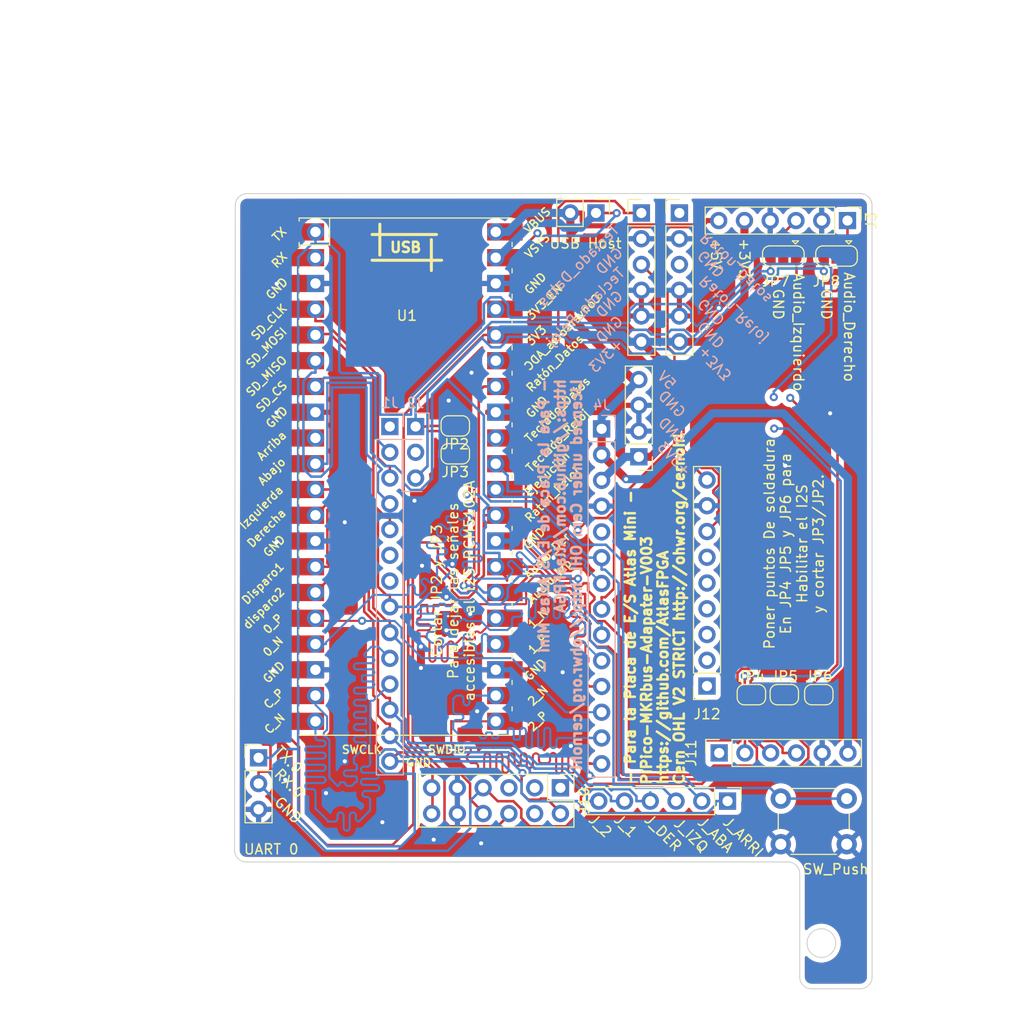
<source format=kicad_pcb>
(kicad_pcb (version 20211014) (generator pcbnew)
  (title_block (title "PiPico-MKRbus-Adapater-Version-003") (date "2023-09-21") (rev "V003") (company "Atlas Group") (comment 1 "License OHL CERN V2 STRICT") (comment 2 "https://ohwr.org/cern_ohl_s_v2.txt"))
  (layers (0 "F.Cu" signal) (31 "B.Cu" signal) (34 "B.Paste" user) (35 "F.Paste" user) (36 "B.SilkS" user "B.Silkscreen") (37 "F.SilkS" user "F.Silkscreen") (38 "B.Mask" user) (39 "F.Mask" user) (44 "Edge.Cuts" user))
  (net 0 "")
  (net 1 "EAR")
  (net 2 "R12_SD_CS")
  (net 3 "T13_SD_CLK")
  (net 4 "R13_SD_MISO")
  (net 5 "T14_SD_MOSI")
  (net 6 "P14_SD_DATA1")
  (net 7 "R14_SD_DATA2")
  (net 8 "T15_JOY_LEFT")
  (net 9 "N16_JOY_RIGHT")
  (net 10 "TMDSC_P")
  (net 11 "TMDSC_N")
  (net 12 "K15_JOY_FIRE1")
  (net 13 "K16_JOY_FIRE2")
  (net 14 "J14_JOY_UP")
  (net 15 "T12_LEFT")
  (net 16 "GND")
  (net 17 "R11_RIGHT")
  (net 18 "+5V")
  (net 19 "GPIO0_TX")
  (net 20 "+3.3V")
  (net 21 "RESET")
  (net 22 "R1_JOY_DOWN")
  (net 23 "TMDS_0_N")
  (net 24 "L2_KCLK")
  (net 25 "K2_KDAT")
  (net 26 "TMDS_1_P")
  (net 27 "TMDS_1_N")
  (net 28 "TMDS_0_P")
  (net 29 "TMDS_2_N")
  (net 30 "TMDS_2_P")
  (net 31 "GPIO1_RX")
  (net 32 "BCK")
  (net 33 "MOUSE_DAT")
  (net 34 "MOUSE_CLK")
  (net 35 "Net-(JP1-Pad1)")
  (net 36 "Net-(SW1-Pad1)")
  (net 40 "DIN")
  (net 44 "B16_MDAT")
  (net 45 "LCK")
  (net 46 "C16_MCLK")
  (net 48 "I2S_DERECHA")
  (net 49 "I2S_IZQUIERDA")
  (net 50 "PI_S_LEFT")
  (net 51 "PI_S_RIGHT")
  (net 58 "Net-(J3-Pad3)")
  (net 59 "Net-(J3-Pad1)")
  (footprint "Jumper:SolderJumper-2_P1.3mm_Open_RoundedPad1.0x1.5mm" (layer "F.Cu") (at 97.25 83)
    (fp_text reference "JP6")
    (fp_text value "SolderJumper_2_Open")
  )
  (footprint "Connector_PinHeader_2.54mm:PinHeader_1x06_P2.54mm_Vertical" (layer "F.Cu") (at 79.75 35.5)
    (fp_text reference "J8")
    (fp_text value "Conn_01x06" hide)
  )
  (footprint "Jumper:SolderJumper-3_P1.3mm_Open_RoundedPad1.0x1.5mm" (layer "F.Cu") (at 99 39.75 180)
    (fp_text reference "JP8")
    (fp_text value "SolderJumper_3_Open")
  )
  (footprint "Jumper:SolderJumper-2_P1.3mm_Bridged2Bar_RoundedPad1.0x1.5mm" (layer "F.Cu") (at 61.4 59.25 180)
    (fp_text reference "JP3")
    (fp_text value "SolderJumper_2_Bridged")
  )
  (footprint "Jumper:SolderJumper-3_P1.3mm_Open_RoundedPad1.0x1.5mm" (layer "F.Cu") (at 93.75 39.75 180)
    (fp_text reference "JP7")
    (fp_text value "SolderJumper_3_Open")
  )
  (footprint "RP-Pico Libraries:RPi_Pico_SMD_TH" (layer "F.Cu") (at 56.5 61.5)
    (fp_text reference "U1")
    (fp_text value "Pico")
  )
  (footprint "Connector_PinHeader_2.54mm:PinHeader_1x02_P2.54mm_Vertical" (layer "F.Cu") (at 75.275 35.5 -90)
    (fp_text reference "JP1")
    (fp_text value "USB Host")
  )
  (footprint "Connector_PinHeader_2.54mm:PinHeader_1x06_P2.54mm_Vertical" (layer "F.Cu") (at 88.25 93.5 -90)
    (fp_text reference "J9")
    (fp_text value "Conn_01x06" hide)
  )
  (footprint "Jumper:SolderJumper-2_P1.3mm_Open_RoundedPad1.0x1.5mm" (layer "F.Cu") (at 90.6 83)
    (fp_text reference "JP4")
    (fp_text value "SolderJumper_2_Open")
  )
  (footprint "Jumper:SolderJumper-2_P1.3mm_Open_RoundedPad1.0x1.5mm" (layer "F.Cu") (at 93.85 83)
    (fp_text reference "JP5")
    (fp_text value "SolderJumper_2_Open")
  )
  (footprint "Connector_PinHeader_2.54mm:PinHeader_2x06_P2.54mm_Vertical" (layer "F.Cu") (at 71.77 92.185 -90)
    (fp_text reference "J10")
    (fp_text value "Conn_02x06_Odd_Even")
  )
  (footprint "Connector_PinSocket_2.54mm:PinSocket_1x06_P2.54mm_Vertical" (layer "F.Cu") (at 87.425 88.75 90)
    (fp_text reference "J11")
    (fp_text value "Conn_01x06_Female")
  )
  (footprint "Connector_PinHeader_2.54mm:PinHeader_1x06_P2.54mm_Vertical" (layer "F.Cu") (at 100.08 36.25 -90)
    (fp_text reference "J3")
    (fp_text value "Conn_01x06")
  )
  (footprint "Jumper:SolderJumper-2_P1.3mm_Bridged2Bar_RoundedPad1.0x1.5mm" (layer "F.Cu") (at 61.4 56.5 180)
    (fp_text reference "JP2")
    (fp_text value "SolderJumper_2_Bridged")
  )
  (footprint "Button_Switch_THT:SW_PUSH_6mm" (layer "F.Cu") (at 93.5 93.25)
    (fp_text reference "SW1")
    (fp_text value "SW_Push")
  )
  (footprint "Connector_PinSocket_2.54mm:PinSocket_1x09_P2.54mm_Vertical" (layer "F.Cu") (at 86.225 82.15 180)
    (fp_text reference "J12")
    (fp_text value "Conn_01x09_Female")
  )
  (footprint "Connector_PinHeader_2.54mm:PinHeader_1x04_P2.54mm_Vertical" (layer "F.Cu") (at 79.5 59.55 180)
    (fp_text reference "J7")
    (fp_text value "Conn_01x04" hide)
  )
  (footprint "Connector_PinHeader_2.54mm:PinHeader_1x03_P2.54mm_Vertical" (layer "F.Cu") (at 42 89.225)
    (fp_text reference "J5")
    (fp_text value "UART 0")
  )
  (footprint "Connector_PinHeader_2.54mm:PinHeader_1x06_P2.54mm_Vertical" (layer "F.Cu") (at 83.5 35.5)
    (fp_text reference "J6")
    (fp_text value "Conn_01x06" hide)
  )
  (footprint "Connector_PinHeader_2.54mm:PinHeader_1x14_P2.54mm_Vertical" (layer "B.Cu") (at 54.945 56.56 180)
    (fp_text reference "J1")
    (fp_text value "Conn_01x14" hide)
  )
  (footprint "Connector_PinHeader_2.54mm:PinHeader_1x14_P2.54mm_Vertical" (layer "B.Cu") (at 75.83 56.79 180)
    (fp_text reference "J4")
    (fp_text value "Conn_01x14")
  )
  (footprint "Connector_PinHeader_2.54mm:PinHeader_1x03_P2.54mm_Vertical" (layer "B.Cu") (at 57.485 56.56 180)
    (fp_text reference "J2")
    (fp_text value "Conn_01x03" hide)
  )
  (gr_line (start 72.75 45.75) (end 72.75 35.5) (layer "F.Cu") (width 0.8))
  (gr_line (start 40.87 33.58983) (end 101.309666 33.584477) (layer "Edge.Cuts") (width 0.1))
  (gr_circle (center 97.5 107.5) (end 98.5 108.5) (layer "Edge.Cuts") (width 0.1) (fill none))
  (gr_line (start 39.700001 34.78) (end 39.62983 98.330001) (layer "Edge.Cuts") (width 0.1))
  (gr_line (start 101.335524 111.999836) (end 96.560334 112.005523) (layer "Edge.Cuts") (width 0.1))
  (gr_arc (start 94.179666 99.494477) (mid 95.02 99.83) (end 95.369836 100.664476) (layer "Edge.Cuts") (width 0.1))
  (gr_arc (start 40.82 99.5) (mid 39.979666 99.164477) (end 39.62983 98.330001) (layer "Edge.Cuts") (width 0.1))
  (gr_arc (start 96.560334 112.005523) (mid 95.72 111.67) (end 95.370164 110.835524) (layer "Edge.Cuts") (width 0.1))
  (gr_arc (start 102.505523 110.809666) (mid 102.17 111.65) (end 101.335524 111.999836) (layer "Edge.Cuts") (width 0.1))
  (gr_line (start 102.499836 34.754476) (end 102.505523 110.809666) (layer "Edge.Cuts") (width 0.1))
  (gr_line (start 94.179666 99.494477) (end 40.82 99.5) (layer "Edge.Cuts") (width 0.1))
  (gr_arc (start 39.700001 34.78) (mid 40.035524 33.939666) (end 40.87 33.58983) (layer "Edge.Cuts") (width 0.1))
  (gr_line (start 95.370164 110.82) (end 95.369836 100.664476) (layer "Edge.Cuts") (width 0.1))
  (gr_arc (start 101.309666 33.584477) (mid 102.15 33.92) (end 102.499836 34.754476) (layer "Edge.Cuts") (width 0.1))
  (gr_text "- Para la Placa de E/S Atlas Mini - \nhttps://github.com/AtlasFPGA\nLicensed under Cern OHL http://ohwr.org/cernohl" (at 71.75 51.75 90) (layer "B.SilkS") (effects (font (size 1 1) (thickness 0.25)) (justify left mirror)))
  (gr_text "Poner puntos De soldadura\nEn JP4 JP5 y JP6 para\nHabilitar el I2S\ny cortar JP3/JP2." (at 94.8 68.11 90) (layer "F.SilkS") (effects (font (size 1 1))))
  (gr_text "Cortar JP2 y JP3\nPara dejar las señales\naccesibles al I2S PCM5102A" (at 61.19 72.76 90) (layer "F.SilkS") (effects (font (size 1 1))))
  (gr_text "- Para la Placa de E/S Atlas Mini - \nPiPico-MKRbus-Adapater-V003\nhttps://github.com/AtlasFPGA\nCern OHL V2 STRICT http://ohwr.org/cernohl" (at 81.07 91.99 90) (layer "F.SilkS") (effects (font (size 1 1) (thickness 0.25)) (justify left)))
  (segment (start 48.47 51.75) (end 53.5369 51.75) (width 0.25) (layer "B.Cu") (net 2))
  (segment (start 53.5369 57.6919) (end 54.945 59.1) (width 0.25) (layer "B.Cu") (net 2))
  (segment (start 47.61 52.61) (end 48.47 51.75) (width 0.25) (layer "B.Cu") (net 2))
  (segment (start 53.5369 51.75) (end 53.5369 57.6919) (width 0.25) (layer "B.Cu") (net 2))
  (segment (start 47.61 44.99) (end 47.61 46.1669) (width 0.25) (layer "F.Cu") (net 3))
  (segment (start 53.768 51.5159) (end 53.768 59.6541) (width 0.25) (layer "F.Cu") (net 3))
  (segment (start 53.768 59.6541) (end 54.577 60.4631) (width 0.25) (layer "F.Cu") (net 3))
  (segment (start 48.419 46.1669) (end 53.768 51.5159) (width 0.25) (layer "F.Cu") (net 3))
  (segment (start 54.577 60.4631) (end 54.945 60.4631) (width 0.25) (layer "F.Cu") (net 3))
  (segment (start 54.945 60.4631) (end 54.945 61.64) (width 0.25) (layer "F.Cu") (net 3))
  (segment (start 47.61 46.1669) (end 48.419 46.1669) (width 0.25) (layer "F.Cu") (net 3))
  (segment (start 52.6369 59.279997) (end 54.140101 60.783198) (width 0.25) (layer "B.Cu") (net 4))
  (segment (start 49.237 60.416396) (end 49.237 52.702) (width 0.25) (layer "B.Cu") (net 4))
  (segment (start 47.242 51.2469) (end 46.424 52.0656) (width 0.25) (layer "B.Cu") (net 4))
  (segment (start 46.424 60.736) (end 47.188 61.5) (width 0.25) (layer "B.Cu") (net 4))
  (segment (start 54.140101 60.783198) (end 53.77 61.153299) (width 0.25) (layer "B.Cu") (net 4))
  (segment (start 49.235 52.7) (end 52.6369 52.7) (width 0.25) (layer "B.Cu") (net 4))
  (segment (start 47.61 51.2469) (end 47.242 51.2469) (width 0.25) (layer "B.Cu") (net 4))
  (segment (start 46.424 52.0656) (end 46.424 60.736) (width 0.25) (layer "B.Cu") (net 4))
  (segment (start 48.106 61.5) (end 48.153396 61.5) (width 0.25) (layer "B.Cu") (net 4))
  (segment (start 47.61 50.07) (end 47.61 51.2469) (width 0.25) (layer "B.Cu") (net 4))
  (segment (start 47.188 61.5) (end 48.106 61.5) (width 0.25) (layer "B.Cu") (net 4))
  (segment (start 49.237 52.702) (end 49.235 52.7) (width 0.25) (layer "B.Cu") (net 4))
  (segment (start 52.6369 52.7) (end 52.6369 59.279997) (width 0.25) (layer "B.Cu") (net 4))
  (segment (start 53.77 61.153299) (end 53.77 63.005) (width 0.25) (layer "B.Cu") (net 4))
  (segment (start 48.153396 61.5) (end 49.237 60.416396) (width 0.25) (layer "B.Cu") (net 4))
  (segment (start 53.77 63.005) (end 54.945 64.18) (width 0.25) (layer "B.Cu") (net 4))
  (segment (start 47.697852 47.442148) (end 47.61 47.53) (width 0.25) (layer "F.Cu") (net 5))
  (segment (start 54.945 66.72) (end 54.945 65.543) (width 0.25) (layer "F.Cu") (net 5))
  (segment (start 54.577 65.543) (end 53.318 64.284) (width 0.25) (layer "F.Cu") (net 5))
  (segment (start 54.945 65.543) (end 54.577 65.543) (width 0.25) (layer "F.Cu") (net 5))
  (segment (start 53.318 51.702296) (end 49.057852 47.442148) (width 0.25) (layer "F.Cu") (net 5))
  (segment (start 49.057852 47.442148) (end 47.697852 47.442148) (width 0.25) (layer "F.Cu") (net 5))
  (segment (start 53.318 64.284) (end 53.318 51.702296) (width 0.25) (layer "F.Cu") (net 5))
  (segment (start 52.75 62.75) (end 52.73 62.77) (width 0.25) (layer "F.Cu") (net 8))
  (segment (start 54.945 73.163) (end 54.577 73.163) (width 0.25) (layer "F.Cu") (net 8))
  (segment (start 52.73 62.77) (end 47.61 62.77) (width 0.25) (layer "F.Cu") (net 8))
  (segment (start 53.768 72.354) (end 53.768 65.370396) (width 0.25) (layer "F.Cu") (net 8))
  (segment (start 54.577 73.163) (end 53.768 72.354) (width 0.25) (layer "F.Cu") (net 8))
  (segment (start 53.768 65.370396) (end 52.75 64.352396) (width 0.25) (layer "F.Cu") (net 8))
  (segment (start 54.945 74.34) (end 54.945 73.163) (width 0.25) (layer "F.Cu") (net 8))
  (segment (start 52.75 64.352396) (end 52.75 62.75) (width 0.25) (layer "F.Cu") (net 8))
  (segment (start 62.91 72.714) (end 63.344 72.714) (width 0.25) (layer "B.Cu") (net 8))
  (segment (start 64.735 74.105) (end 65.876701 74.105) (width 0.25) (layer "B.Cu") (net 8))
  (segment (start 72.775 71.864805) (end 73.05 72.139805) (width 0.25) (layer "B.Cu") (net 8))
  (segment (start 81.85 92.18) (end 83.17 93.5) (width 0.25) (layer "B.Cu") (net 8))
  (segment (start 65.876701 74.105) (end 66.565 73.416701) (width 0.25) (layer "B.Cu") (net 8))
  (segment (start 57.51 74.34) (end 60.89 70.96) (width 0.25) (layer "B.Cu") (net 8))
  (segment (start 61.33 72.381305) (end 61.937695 72.989) (width 0.25) (layer "B.Cu") (net 8))
  (segment (start 77.005 91.87) (end 77 91.875) (width 0.25) (layer "B.Cu") (net 8))
  (segment (start 63.344 72.714) (end 64.735 74.105) (width 0.25) (layer "B.Cu") (net 8))
  (segment (start 66.565 72.443299) (end 67.718299 71.29) (width 0.25) (layer "B.Cu") (net 8))
  (segment (start 76.28 78.38) (end 77.005 79.105) (width 0.25) (layer "B.Cu") (net 8))
  (segment (start 73.05 74.157396) (end 74.655 75.762396) (width 0.25) (layer "B.Cu") (net 8))
  (segment (start 75.438299 78.38) (end 76.28 78.38) (width 0.25) (layer "B.Cu") (net 8))
  (segment (start 79.18 92.18) (end 81.85 92.18) (width 0.25) (layer "B.Cu") (net 8))
  (segment (start 60.89 70.96) (end 61.33 70.96) (width 0.25) (layer "B.Cu") (net 8))
  (segment (start 73.05 72.139805) (end 73.05 74.157396) (width 0.25) (layer "B.Cu") (net 8))
  (segment (start 54.945 74.34) (end 57.51 74.34) (width 0.25) (layer "B.Cu") (net 8))
  (segment (start 78.875 91.875) (end 79.18 92.18) (width 0.25) (layer "B.Cu") (net 8))
  (segment (start 72.775 71.29) (end 72.775 71.864805) (width 0.25) (layer "B.Cu") (net 8))
  (segment (start 74.655 75.762396) (end 74.655 77.596701) (width 0.25) (layer "B.Cu") (net 8))
  (segment (start 62.635 72.989) (end 62.91 72.714) (width 0.25) (layer "B.Cu") (net 8))
  (segment (start 61.937695 72.989) (end 62.635 72.989) (width 0.25) (layer "B.Cu") (net 8))
  (segment (start 77 91.875) (end 78.875 91.875) (width 0.25) (layer "B.Cu") (net 8))
  (segment (start 67.718299 71.29) (end 72.775 71.29) (width 0.25) (layer "B.Cu") (net 8))
  (segment (start 66.565 73.416701) (end 66.565 72.443299) (width 0.25) (layer "B.Cu") (net 8))
  (segment (start 61.33 70.96) (end 61.33 72.381305) (width 0.25) (layer "B.Cu") (net 8))
  (segment (start 77.005 79.105) (end 77.005 91.87) (width 0.25) (layer "B.Cu") (net 8))
  (segment (start 74.655 77.596701) (end 75.438299 78.38) (width 0.25) (layer "B.Cu") (net 8))
  (segment (start 52.25 64.682) (end 52.25 63.22) (width 0.25) (layer "F.Cu") (net 9))
  (segment (start 53.318 65.75) (end 52.25 64.682) (width 0.25) (layer "F.Cu") (net 9))
  (segment (start 49 64.25) (end 48.67 64.25) (width 0.25) (layer "F.Cu") (net 9))
  (segment (start 54.577 75.703) (end 53.318 74.444) (width 0.25) (layer "F.Cu") (net 9))
  (segment (start 54.945 76.88) (end 54.945 75.703) (width 0.25) (layer "F.Cu") (net 9))
  (segment (start 48.67 64.25) (end 47.61 65.31) (width 0.25) (layer "F.Cu") (net 9))
  (segment (start 52.25 63.22) (end 49.03 63.22) (width 0.25) (layer "F.Cu") (net 9))
  (segment (start 49 63.25) (end 49 64.25) (width 0.25) (layer "F.Cu") (net 9))
  (segment (start 49.03 63.22) (end 49 63.25) (width 0.25) (layer "F.Cu") (net 9))
  (segment (start 53.318 74.444) (end 53.318 65.75) (width 0.25) (layer "F.Cu") (net 9))
  (segment (start 54.945 75.703) (end 54.577 75.703) (width 0.25) (layer "F.Cu") (net 9))
  (segment (start 56.12 85.038604) (end 56.57 85.488604) (width 0.25) (layer "B.Cu") (net 9))
  (segment (start 56.957792 87.78) (end 66.991786 87.78) (width 0.25) (layer "B.Cu") (net 9))
  (segment (start 66.991786 87.78) (end 68.310487 89.098701) (width 0.25) (layer "B.Cu") (net 9))
  (segment (start 69.444695 89.844) (end 72.477792 89.844) (width 0.25) (layer "B.Cu") (net 9))
  (segment (start 78.576701 92.325) (end 79.265 93.013299) (width 0.25) (layer "B.Cu") (net 9))
  (segment (start 76.799049 92.450952) (end 76.925001 92.325) (width 0.25) (layer "B.Cu") (net 9))
  (segment (start 74.625 91.875) (end 76.223097 91.875) (width 0.25) (layer "B.Cu") (net 9))
  (segment (start 80.63 92.63) (end 80.63 93.5) (width 0.25) (layer "B.Cu") (net 9))
  (segment (start 68.310487 89.098701) (end 68.699396 89.098701) (width 0.25) (layer "B.Cu") (net 9))
  (segment (start 76.925001 92.325) (end 78.576701 92.325) (width 0.25) (layer "B.Cu") (net 9))
  (segment (start 79.265 93.013299) (end 79.265 93.5) (width 0.25) (layer "B.Cu") (net 9))
  (segment (start 74.566896 91.933104) (end 74.625 91.875) (width 0.25) (layer "B.Cu") (net 9))
  (segment (start 79.265 93.5) (end 80.63 93.5) (width 0.25) (layer "B.Cu") (net 9))
  (segment (start 56.12 78.055) (end 56.12 85.038604) (width 0.25) (layer "B.Cu") (net 9))
  (segment (start 56.57 87.392208) (end 56.957792 87.78) (width 0.25) (layer "B.Cu") (net 9))
  (segment (start 76.223097 91.875) (end 76.799049 92.450952) (width 0.25) (layer "B.Cu") (net 9))
  (segment (start 68.699396 89.098701) (end 69.444695 89.844) (width 0.25) (layer "B.Cu") (net 9))
  (segment (start 56.57 85.488604) (end 56.57 87.392208) (width 0.25) (layer "B.Cu") (net 9))
  (segment (start 72.477792 89.844) (end 74.566896 91.933104) (width 0.25) (layer "B.Cu") (net 9))
  (segment (start 54.945 76.88) (end 56.12 78.055) (width 0.25) (layer "B.Cu") (net 9))
  (segment (start 52.525 82.9) (end 51.7 82.9) (width 0.2) (layer "B.Cu") (net 10))
  (segment (start 51.55 91.05) (end 50.7 91.05) (width 0.2) (layer "B.Cu") (net 10))
  (segment (start 51.4 89.2) (end 52 88.6) (width 0.2) (layer "B.Cu") (net 10))
  (segment (start 53.1 81.7) (end 52.3 81.7) (width 0.2) (layer "B.Cu") (net 10))
  (segment (start 51.7 79.9) (end 53.1 79.9) (width 0.2) (layer "B.Cu") (net 10))
  (segment (start 47.61 83.09) (end 47.61 84.003654) (width 0.2) (layer "B.Cu") (net 10))
  (segment (start 53.1 80.5) (end 51.7 80.5) (width 0.2) (layer "B.Cu") (net 10))
  (segment (start 52 88.6) (end 52.2 88.6) (width 0.2) (layer "B.Cu") (net 10))
  (segment (start 49.98181 91.81819) (end 49.98181 91.818189) (width 0.2) (layer "B.Cu") (net 10))
  (segment (start 52.5 86.5) (end 51.7 86.5) (width 0.2) (layer "B.Cu") (net 10))
  (segment (start 52.6 88.2) (end 52.6 87.8) (width 0.2) (layer "B.Cu") (net 10))
  (segment (start 52.6 85.8) (end 52.6 85.4) (width 0.2) (layer "B.Cu") (net 10))
  (segment (start 50.58181 91.818189) (end 50.58181 91.81819) (width 0.2) (layer "B.Cu") (net 10))
  (segment (start 50.7 90.45) (end 51.55 90.45) (width 0.2) (layer "B.Cu") (net 10))
  (segment (start 48.426592 86.773408) (end 48.426592 87.046186) (width 0.2) (layer "B.Cu") (net 10))
  (segment (start 52.5 85.3) (end 51.7 85.3) (width 0.2) (layer "B.Cu") (net 10))
  (segment (start 52.4 79) (end 53.125 78.275) (width 0.2) (layer "B.Cu") (net 10))
  (segment (start 52.6 87) (end 52.6 86.6) (width 0.2) (layer "B.Cu") (net 10))
  (segment (start 53.125 78.275) (end 53.8 78.275) (width 0.2) (layer "B.Cu") (net 10))
  (segment (start 47.61 84.003654) (end 48.76 85.153654) (width 0.2) (layer "B.Cu") (net 10))
  (segment (start 53.8 78.275) (end 54.945 79.42) (width 0.2) (layer "B.Cu") (net 10))
  (segment (start 51.7 84.7) (end 52.5 84.7) (width 0.2) (layer "B.Cu") (net 10))
  (segment (start 51.7 91.5) (end 51.7 91.2) (width 0.2) (layer "B.Cu") (net 10))
  (segment (start 51.4 89.7) (end 51.4 89.2) (width 0.2) (layer "B.Cu") (net 10))
  (segment (start 48.518004 87.137598) (end 48.645284 87.137598) (width 0.2) (layer "B.Cu") (net 10))
  (segment (start 52.3 81.1) (end 53.1 81.1) (width 0.2) (layer "B.Cu") (net 10))
  (segment (start 51.7 85.9) (end 52.5 85.9) (width 0.2) (layer "B.Cu") (net 10))
  (segment (start 48.76 86.44) (end 48.426592 86.773408) (width 0.2) (layer "B.Cu") (net 10))
  (segment (start 52.2 88.6) (end 52.4 88.4) (width 0.2) (layer "B.Cu") (net 10))
  (segment (start 52.5 84.1) (end 51.7 84.1) (width 0.2) (layer "B.Cu") (net 10))
  (segment (start 52.2 81.6) (end 52.2 81.2) (width 0.2) (layer "B.Cu") (net 10))
  (segment (start 51.7 87.1) (end 52.5 87.1) (width 0.2) (layer "B.Cu") (net 10))
  (segment (start 52.5 87.7) (end 51.7 87.7) (width 0.2) (layer "B.Cu") (net 10))
  (segment (start 52.65 83.375) (end 52.65 83.025) (width 0.2) (layer "B.Cu") (net 10))
  (segment (start 52.6 84.6) (end 52.6 84.2) (width 0.2) (layer "B.Cu") (net 10))
  (segment (start 48.645284 87.137598) (end 48.988353 87.480667) (width 0.2) (layer "B.Cu") (net 10))
  (segment (start 48.76 85.153654) (end 48.76 86.44) (width 0.2) (layer "B.Cu") (net 10))
  (segment (start 50.76362 92) (end 51.2 92) (width 0.2) (layer "B.Cu") (net 10))
  (segment (start 48.988353 91.188353) (end 49.8 92) (width 0.2) (layer "B.Cu") (net 10))
  (segment (start 51.2 92) (end 51.4 91.8) (width 0.2) (layer "B.Cu") (net 10))
  (segment (start 51.7 90.3) (end 51.7 90) (width 0.2) (layer "B.Cu") (net 10))
  (segment (start 48.426592 87.046186) (end 48.518004 87.137598) (width 0.2) (layer "B.Cu") (net 10))
  (segment (start 50.16362 91.636379) (end 50.4 91.636379) (width 0.2) (layer "B.Cu") (net 10))
  (segment (start 48.988353 87.480667) (end 48.988353 91.188353) (width 0.2) (layer "B.Cu") (net 10))
  (segment (start 51.7 82.3) (end 53.1 82.3) (width 0.2) (layer "B.Cu") (net 10))
  (segment (start 53.1 79.3) (end 52.7 79.3) (width 0.2) (layer "B.Cu") (net 10))
  (segment (start 51.7 83.5) (end 52.525 83.5) (width 0.2) (layer "B.Cu") (net 10))
  (arc (start 53.1 81.1) (mid 53.312132 81.012132) (end 53.4 80.8) (width 0.2) (layer "B.Cu") (net 10))
  (arc (start 51.7 86.5) (mid 51.487868 86.412132) (end 51.4 86.2) (width 0.2) (layer "B.Cu") (net 10))
  (arc (start 53.4 82) (mid 53.312132 81.787868) (end 53.1 81.7) (width 0.2) (layer "B.Cu") (net 10))
  (arc (start 51.7 90) (mid 51.656066 89.893934) (end 51.55 89.85) (width 0.2) (layer "B.Cu") (net 10))
  (arc (start 51.7 85.3) (mid 51.487868 85.212132) (end 51.4 85) (width 0.2) (layer "B.Cu") (net 10))
  (arc (start 51.4 85) (mid 51.487868 84.787868) (end 51.7 84.7) (width 0.2) (layer "B.Cu") (net 10))
  (arc (start 51.7 80.5) (mid 51.487868 80.412132) (end 51.4 80.2) (width 0.2) (layer "B.Cu") (net 10))
  (arc (start 51.4 83.8) (mid 51.487868 83.587868) (end 51.7 83.5) (width 0.2) (layer "B.Cu") (net 10))
  (arc (start 52.4 88.4) (mid 52.429289 88.329289) (end 52.5 88.3) (width 0.2) (layer "B.Cu") (net 10))
  (arc (start 50.7 91.05) (mid 50.487868 90.962132) (end 50.4 90.75) (width 0.2) (layer "B.Cu") (net 10))
  (arc (start 50.4 90.75) (mid 50.487868 90.537868) (end 50.7 90.45) (width 0.2) (layer "B.Cu") (net 10))
  (arc (start 52.6 84.2) (mid 52.570711 84.129289) (end 52.5 84.1) (width 0.2) (layer "B.Cu") (net 10))
  (arc (start 52.6 87.8) (mid 52.570711 87.729289) (end 52.5 87.7) (width 0.2) (layer "B.Cu") (net 10))
  (arc (start 52.5 85.9) (mid 52.570711 85.870711) (end 52.6 85.8) (width 0.2) (layer "B.Cu") (net 10))
  (arc (start 51.7 91.2) (mid 51.656066 91.093934) (end 51.55 91.05) (width 0.2) (layer "B.Cu") (net 10))
  (arc (start 53.1 79.9) (mid 53.312132 79.812132) (end 53.4 79.6) (width 0.2) (layer "B.Cu") (net 10))
  (arc (start 52.2 81.2) (mid 52.229289 81.129289) (end 52.3 81.1) (width 0.2) (layer "B.Cu") (net 10))
  (arc (start 53.1 82.3) (mid 53.312132 82.212132) (end 53.4 82) (width 0.2) (layer "B.Cu") (net 10))
  (arc (start 50.4 91.636379) (mid 50.528559 91.68963) (end 50.58181 91.818189) (width 0.2) (layer "B.Cu") (net 10))
  (arc (start 52.6 85.4) (mid 52.570711 85.329289) (end 52.5 85.3) (width 0.2) (layer "B.Cu") (net 10))
  (arc (start 51.4 87.4) (mid 51.487868 87.187868) (end 51.7 87.1) (width 0.2) (layer "B.Cu") (net 10))
  (arc (start 52.3 81.7) (mid 52.229289 81.670711) (end 52.2 81.6) (width 0.2) (layer "B.Cu") (net 10))
  (arc (start 51.55 89.85) (mid 51.443934 89.806066) (end 51.4 89.7) (width 0.2) (layer "B.Cu") (net 10))
  (arc (start 51.4 91.8) (mid 51.443934 91.693934) (end 51.55 91.65) (width 0.2) (layer "B.Cu") (net 10))
  (arc (start 50.58181 91.81819) (mid 50.635061 91.946749) (end 50.76362 92) (width 0.2) (layer "B.Cu") (net 10))
  (arc (start 51.4 86.2) (mid 51.487868 85.987868) (end 51.7 85.9) (width 0.2) (layer "B.Cu") (net 10))
  (arc (start 51.7 84.1) (mid 51.487868 84.012132) (end 51.4 83.8) (width 0.2) (layer "B.Cu") (net 10))
  (arc (start 49.98181 91.818189) (mid 50.035061 91.68963) (end 50.16362 91.636379) (width 0.2) (layer "B.Cu") (net 10))
  (arc (start 52.65 83.025) (mid 52.613388 82.936612) (end 52.525 82.9) (width 0.2) (layer "B.Cu") (net 10))
  (arc (start 52.5 84.7) (mid 52.570711 84.670711) (end 52.6 84.6) (width 0.2) (layer "B.Cu") (net 10))
  (arc (start 51.4 82.6) (mid 51.487868 82.387868) (end 51.7 82.3) (width 0.2) (layer "B.Cu") (net 10))
  (arc (start 53.4 80.8) (mid 53.312132 80.587868) (end 53.1 80.5) (width 0.2) (layer "B.Cu") (net 10))
  (arc (start 51.7 82.9) (mid 51.487868 82.812132) (end 51.4 82.6) (width 0.2) (layer "B.Cu") (net 10))
  (arc (start 52.5 87.1) (mid 52.570711 87.070711) (end 52.6 87) (width 0.2) (layer "B.Cu") (net 10))
  (arc (start 52.525 83.5) (mid 52.613388 83.463388) (end 52.65 83.375) (width 0.2) (layer "B.Cu") (net 10))
  (arc (start 49.8 92) (mid 49.928559 91.946749) (end 49.98181 91.81819) (width 0.2) (layer "B.Cu") (net 10))
  (arc (start 51.4 80.2) (mid 51.487868 79.987868) (end 51.7 79.9) (width 0.2) (layer "B.Cu") (net 10))
  (arc (start 51.55 90.45) (mid 51.656066 90.406066) (end 51.7 90.3) (width 0.2) (layer "B.Cu") (net 10))
  (arc (start 53.4 79.6) (mid 53.312132 79.387868) (end 53.1 79.3) (width 0.2) (layer "B.Cu") (net 10))
  (arc (start 51.55 91.65) (mid 51.656066 91.606066) (end 51.7 91.5) (width 0.2) (layer "B.Cu") (net 10))
  (arc (start 52.7 79.3) (mid 52.487868 79.212132) (end 52.4 79) (width 0.2) (layer "B.Cu") (net 10))
  (arc (start 52.6 86.6) (mid 52.570711 86.529289) (end 52.5 86.5) (width 0.2) (layer "B.Cu") (net 10))
  (arc (start 52.5 88.3) (mid 52.570711 88.270711) (end 52.6 88.2) (width 0.2) (layer "B.Cu") (net 10))
  (arc (start 51.7 87.7) (mid 51.487868 87.612132) (end 51.4 87.4) (width 0.2) (layer "B.Cu") (net 10))
  (segment (start 47.91 87.51) (end 48.31 87.51) (width 0.2) (layer "B.Cu") (net 11))
  (segment (start 51.59 94.91) (end 51.59 95.213662) (width 0.2) (layer "B.Cu") (net 11))
  (segment (start 50.99 96.117324) (end 50.99 94.91) (width 0.2) (layer "B.Cu") (net 11))
  (segment (start 46.91 88.71) (end 48.31 88.71) (width 0.2) (layer "B.Cu") (net 11))
  (segment (start 53 83.6) (end 53.305 83.6) (width 0.2) (layer "B.Cu") (net 11))
  (segment (start 52.396338 91.3) (end 53.553662 91.3) (width 0.2) (layer "B.Cu") (net 11))
  (segment (start 51.89 95.513662) (end 53 94.403662) (width 0.2) (layer "B.Cu") (net 11))
  (segment (start 48.833662 95.513662) (end 49.49 95.513662) (width 0.2) (layer "B.Cu") (net 11))
  (segment (start 53.553662 90.7) (end 52.396338 90.7) (width 0.2) (layer "B.Cu") (net 11))
  (segment (start 48.83 95.43) (end 48.83 95.51) (width 0.2) (layer "B.Cu") (net 11))
  (segment (start 49.79 95.213662) (end 49.79 94.91) (width 0.2) (layer "B.Cu") (net 11))
  (segment (start 48.31 90.51) (end 46.91 90.51) (width 0.2) (layer "B.Cu") (net 11))
  (segment (start 47.61 85.63) (end 47.61 87.21) (width 0.2) (layer "B.Cu") (net 11))
  (segment (start 50.39 94.91) (end 50.39 96.117324) (width 0.2) (layer "B.Cu") (net 11))
  (segment (start 48.31 89.31) (end 46.91 89.31) (width 0.2) (layer "B.Cu") (net 11))
  (segment (start 48.31 88.11) (end 46.91 88.11) (width 0.2) (layer "B.Cu") (net 11))
  (segment (start 46.91 89.91) (end 48.31 89.91) (width 0.2) (layer "B.Cu") (net 11))
  (segment (start 47.61 94.21) (end 48.83 95.43) (width 0.2) (layer "B.Cu") (net 11))
  (segment (start 46.91 92.31) (end 47.31 92.31) (width 0.2) (layer "B.Cu") (net 11))
  (segment (start 52.7 93.1) (end 52.546338 93.1) (width 0.2) (layer "B.Cu") (net 11))
  (segment (start 52.546338 92.5) (end 53.603662 92.5) (width 0.2) (layer "B.Cu") (net 11))
  (segment (start 53.305 83.6) (end 54.945 81.96) (width 0.2) (layer "B.Cu") (net 11))
  (segment (start 48.83 95.51) (end 48.833662 95.513662) (width 0.2) (layer "B.Cu") (net 11))
  (segment (start 46.91 91.11) (end 48.31 91.11) (width 0.2) (layer "B.Cu") (net 11))
  (segment (start 48.31 91.71) (end 46.91 91.71) (width 0.2) (layer "B.Cu") (net 11))
  (segment (start 53 89.8) (end 53 83.6) (width 0.2) (layer "B.Cu") (net 11))
  (segment (start 53.603662 91.9) (end 52.396338 91.9) (width 0.2) (layer "B.Cu") (net 11))
  (segment (start 47.61 92.61) (end 47.61 94.21) (width 0.2) (layer "B.Cu") (net 11))
  (segment (start 52.396338 90.1) (end 52.7 90.1) (width 0.2) (layer "B.Cu") (net 11))
  (segment (start 53 94.403662) (end 53 93.4) (width 0.2) (layer "B.Cu") (net 11))
  (arc (start 46.61 90.81) (mid 46.697868 91.022132) (end 46.91 91.11) (width 0.2) (layer "B.Cu") (net 11))
  (arc (start 47.61 87.21) (mid 47.697868 87.422132) (end 47.91 87.51) (width 0.2) (layer "B.Cu") (net 11))
  (arc (start 52.096338 90.4) (mid 52.184206 90.187868) (end 52.396338 90.1) (width 0.2) (layer "B.Cu") (net 11))
  (arc (start 50.09 94.61) (mid 50.302132 94.697868) (end 50.39 94.91) (width 0.2) (layer "B.Cu") (net 11))
  (arc (start 48.31 88.71) (mid 48.522132 88.797868) (end 48.61 89.01) (width 0.2) (layer "B.Cu") (net 11))
  (arc (start 46.91 90.51) (mid 46.697868 90.597868) (end 46.61 90.81) (width 0.2) (layer "B.Cu") (net 11))
  (arc (start 51.29 94.61) (mid 51.502132 94.697868) (end 51.59 94.91) (width 0.2) (layer "B.Cu") (net 11))
  (arc (start 53 93.4) (mid 52.912132 93.187868) (end 52.7 93.1) (width 0.2) (layer "B.Cu") (net 11))
  (arc (start 46.61 92.01) (mid 46.697868 92.222132) (end 46.91 92.31) (width 0.2) (layer "B.Cu") (net 11))
  (arc (start 51.59 95.213662) (mid 51.677868 95.425794) (end 51.89 95.513662) (width 0.2) (layer "B.Cu") (net 11))
  (arc (start 53.853662 91) (mid 53.765794 90.787868) (end 53.553662 90.7) (width 0.2) (layer "B.Cu") (net 11))
  (arc (start 46.91 88.11) (mid 46.697868 88.197868) (end 46.61 88.41) (width 0.2) (layer "B.Cu") (net 11))
  (arc (start 46.91 91.71) (mid 46.697868 91.797868) (end 46.61 92.01) (width 0.2) (layer "B.Cu") (net 11))
  (arc (start 46.61 88.41) (mid 46.697868 88.622132) (end 46.91 88.71) (width 0.2) (layer "B.Cu") (net 11))
  (arc (start 53.603662 92.5) (mid 53.815794 92.412132) (end 53.903662 92.2) (width 0.2) (layer "B.Cu") (net 11))
  (arc (start 52.396338 91.9) (mid 52.184206 91.812132) (end 52.096338 91.6) (width 0.2) (layer "B.Cu") (net 11))
  (arc (start 48.31 89.91) (mid 48.522132 89.997868) (end 48.61 90.21) (width 0.2) (layer "B.Cu") (net 11))
  (arc (start 52.7 90.1) (mid 52.912132 90.012132) (end 53 89.8) (width 0.2) (layer "B.Cu") (net 11))
  (arc (start 46.61 89.61) (mid 46.697868 89.822132) (end 46.91 89.91) (width 0.2) (layer "B.Cu") (net 11))
  (arc (start 46.91 89.31) (mid 46.697868 89.397868) (end 46.61 89.61) (width 0.2) (layer "B.Cu") (net 11))
  (arc (start 49.49 95.513662) (mid 49.702132 95.425794) (end 49.79 95.213662) (width 0.2) (layer "B.Cu") (net 11))
  (arc (start 53.903662 92.2) (mid 53.815794 91.987868) (end 53.603662 91.9) (width 0.2) (layer "B.Cu") (net 11))
  (arc (start 53.553662 91.3) (mid 53.765794 91.212132) (end 53.853662 91) (width 0.2) (layer "B.Cu") (net 11))
  (arc (start 48.31 87.51) (mid 48.522132 87.597868) (end 48.61 87.81) (width 0.2) (layer "B.Cu") (net 11))
  (arc (start 47.31 92.31) (mid 47.522132 92.397868) (end 47.61 92.61) (width 0.2) (layer "B.Cu") (net 11))
  (arc (start 50.99 94.91) (mid 51.077868 94.697868) (end 51.29 94.61) (width 0.2) (layer "B.Cu") (net 11))
  (arc (start 52.396338 90.7) (mid 52.184206 90.612132) (end 52.096338 90.4) (width 0.2) (layer "B.Cu") (net 11))
  (arc (start 48.61 87.81) (mid 48.522132 88.022132) (end 48.31 88.11) (width 0.2) (layer "B.Cu") (net 11))
  (arc (start 48.61 89.01) (mid 48.522132 89.222132) (end 48.31 89.31) (width 0.2) (layer "B.Cu") (net 11))
  (arc (start 49.79 94.91) (mid 49.877868 94.697868) (end 50.09 94.61) (width 0.2) (layer "B.Cu") (net 11))
  (arc (start 52.096338 91.6) (mid 52.184206 91.387868) (end 52.396338 91.3) (width 0.2) (layer "B.Cu") (net 11))
  (arc (start 48.61 91.41) (mid 48.522132 91.622132) (end 48.31 91.71) (width 0.2) (layer "B.Cu") (net 11))
  (arc (start 48.61 90.21) (mid 48.522132 90.422132) (end 48.31 90.51) (width 0.2) (layer "B.Cu") (net 11))
  (arc (start 52.546338 93.1) (mid 52.334206 93.012132) (end 52.246338 92.8) (width 0.2) (layer "B.Cu") (net 11))
  (arc (start 50.69 96.417324) (mid 50.902132 96.329456) (end 50.99 96.117324) (width 0.2) (layer "B.Cu") (net 11))
  (arc (start 52.246338 92.8) (mid 52.334206 92.587868) (end 52.546338 92.5) (width 0.2) (layer "B.Cu") (net 11))
  (arc (start 48.31 91.11) (mid 48.522132 91.197868) (end 48.61 91.41) (width 0.2) (layer "B.Cu") (net 11))
  (arc (start 50.39 96.117324) (mid 50.477868 96.329456) (end 50.69 96.417324) (width 0.2) (layer "B.Cu") (net 11))
  (segment (start 52.868 65.936396) (end 51.8 64.868396) (width 0.25) (layer "F.Cu") (net 12))
  (segment (start 51.8 63.67) (end 49.75 63.67) (width 0.25) (layer "F.Cu") (net 12))
  (segment (start 54.577 83.323) (end 53.768 82.514) (width 0.25) (layer "F.Cu") (net 12))
  (segment (start 52.868 74.630396) (end 52.868 65.936396) (width 0.25) (layer "F.Cu") (net 12))
  (segment (start 49 70.25) (end 48.86 70.39) (width 0.25) (layer "F.Cu") (net 12))
  (segment (start 51.8 64.868396) (end 51.8 63.67) (width 0.25) (layer "F.Cu") (net 12))
  (segment (start 48.785 70.035) (end 49 70.25) (width 0.25) (layer "F.Cu") (net 12))
  (segment (start 49.75 64.136396) (end 49.115 64.771396) (width 0.25) (layer "F.Cu") (net 12))
  (segment (start 54.945 84.5) (end 54.945 83.323) (width 0.25) (layer "F.Cu") (net 12))
  (segment (start 48.785 64.771396) (end 48.785 70.035) (width 0.25) (layer "F.Cu") (net 12))
  (segment (start 48.86 70.39) (end 47.61 70.39) (width 0.25) (layer "F.Cu") (net 12))
  (segment (start 53.768 75.530396) (end 52.868 74.630396) (width 0.25) (layer "F.Cu") (net 12))
  (segment (start 49.115 64.771396) (end 48.785 64.771396) (width 0.25) (layer "F.Cu") (net 12))
  (segment (start 53.768 82.514) (end 53.768 75.530396) (width 0.25) (layer "F.Cu") (net 12))
  (segment (start 54.945 83.323) (end 54.577 83.323) (width 0.25) (layer "F.Cu") (net 12))
  (segment (start 49.75 63.67) (end 49.75 64.136396) (width 0.25) (layer "F.Cu") (net 12))
  (segment (start 68.513 89.548701) (end 68.124091 89.548701) (width 0.25) (layer "B.Cu") (net 12))
  (segment (start 56.771396 88.23) (end 56.094048 87.552652) (width 0.25) (layer "B.Cu") (net 12))
  (segment (start 76.75 93.5) (end 78.09 93.5) (width 0.25) (layer "B.Cu") (net 12))
  (segment (start 68.124091 89.548701) (end 66.80539 88.23) (width 0.25) (layer "B.Cu") (net 12))
  (segment (start 66.80539 88.23) (end 56.771396 88.23) (width 0.25) (layer "B.Cu") (net 12))
  (segment (start 76.75 93.038299) (end 76.75 93.5) (width 0.25) (layer "B.Cu") (net 12))
  (segment (start 74.925 92.325) (end 76.036701 92.325) (width 0.25) (layer "B.Cu") (net 12))
  (segment (start 56.12 87.526701) (end 56.12 85.675) (width 0.25) (layer "B.Cu") (net 12))
  (segment (start 56.12 85.675) (end 54.945 84.5) (width 0.25) (layer "B.Cu") (net 12))
  (segment (start 56.094048 87.552652) (end 56.12 87.526701) (width 0.25) (layer "B.Cu") (net 12))
  (segment (start 69.258299 90.294) (end 72.291396 90.294) (width 0.25) (layer "B.Cu") (net 12))
  (segment (start 69.201299 90.294) (end 69.201299 90.237) (width 0.25) (layer "B.Cu") (net 12))
  (segment (start 69.201299 90.237) (end 69.258299 90.294) (width 0.25) (layer "B.Cu") (net 12))
  (segment (start 76.036701 92.325) (end 76.75 93.038299) (width 0.25) (layer "B.Cu") (net 12))
  (segment (start 74.623698 92.626302) (end 74.925 92.325) (width 0.25) (layer "B.Cu") (net 12))
  (segment (start 72.291396 90.294) (end 74.623698 92.626302) (width 0.25) (layer "B.Cu") (net 12))
  (segment (start 69.201299 90.237) (end 68.513 89.548701) (width 0.25) (layer "B.Cu") (net 12))
  (segment (start 54.577 85.863) (end 53.77 85.056) (width 0.25) (layer "F.Cu") (net 13))
  (segment (start 51.35 65.054792) (end 51.35 64.12) (width 0.25) (layer "F.Cu") (net 13))
  (segment (start 49.235 69.75) (end 49.45 69.965) (width 0.25) (layer "F.Cu") (net 13))
  (segment (start 51.35 64.12) (end 50.25 64.12) (width 0.25) (layer "F.Cu") (net 13))
  (segment (start 53.318 75.716792) (end 52.418 74.816792) (width 0.25) (layer "F.Cu") (net 13))
  (segment (start 49.45 69.965) (end 49.45 71.09) (width 0.25) (layer "F.Cu") (net 13))
  (segment (start 49.301396 65.221396) (end 49.235 65.221396) (width 0.25) (layer "F.Cu") (net 13))
  (segment (start 52.418 74.816792) (end 52.418 66.122792) (width 0.25) (layer "F.Cu") (net 13))
  (segment (start 54.945 87.04) (end 54.945 85.863) (width 0.25) (layer "F.Cu") (net 13))
  (segment (start 53.318 83.068) (end 53.318 75.716792) (width 0.25) (layer "F.Cu") (net 13))
  (segment (start 53.77 83.52) (end 53.318 83.068) (width 0.25) (layer "F.Cu") (net 13))
  (segment (start 54.945 85.863) (end 54.577 85.863) (width 0.25) (layer "F.Cu") (net 13))
  (segment (start 53.77 85.056) (end 53.77 83.52) (width 0.25) (layer "F.Cu") (net 13))
  (segment (start 50.25 64.12) (end 50.25 64.272792) (width 0.25) (layer "F.Cu") (net 13))
  (segment (start 49.235 65.221396) (end 49.235 69.75) (width 0.25) (layer "F.Cu") (net 13))
  (segment (start 49.45 71.09) (end 47.61 72.93) (width 0.25) (layer "F.Cu") (net 13))
  (segment (start 50.25 64.272792) (end 49.301396 65.221396) (width 0.25) (layer "F.Cu") (net 13))
  (segment (start 52.418 66.122792) (end 51.35 65.054792) (width 0.25) (layer "F.Cu") (net 13))
  (segment (start 72.105 90.744) (end 68.751299 90.744) (width 0.25) (layer "B.Cu") (net 13))
  (segment (start 67.937695 89.998701) (end 66.618994 88.68) (width 0.25) (layer "B.Cu") (net 13))
  (segment (start 75.55 93.5) (end 74.373 93.5) (width 0.25) (layer "B.Cu") (net 13))
  (segment (start 74.373 93.012) (end 72.105 90.744) (width 0.25) (layer "B.Cu") (net 13))
  (segment (start 56.585 88.68) (end 54.945 87.04) (width 0.25) (layer "B.Cu") (net 13))
  (segment (start 68.326604 89.998701) (end 67.937695 89.998701) (width 0.25) (layer "B.Cu") (net 13))
  (segment (start 74.373 93.5) (end 74.373 93.012) (width 0.25) (layer "B.Cu") (net 13))
  (segment (start 68.751299 90.423396) (end 68.326604 89.998701) (width 0.25) (layer "B.Cu") (net 13))
  (segment (start 68.751299 90.744) (end 68.751299 90.423396) (width 0.25) (layer "B.Cu") (net 13))
  (segment (start 66.618994 88.68) (end 56.585 88.68) (width 0.25) (layer "B.Cu") (net 13))
  (segment (start 44.08 86.25) (end 44.08 82.09) (width 0.25) (layer "F.Cu") (net 14))
  (segment (start 45.99 95.08) (end 45.99 88.16) (width 0.25) (layer "F.Cu") (net 14))
  (segment (start 56.423604 88.696396) (end 57.27 89.542792) (width 0.25) (layer "F.Cu") (net 14))
  (segment (start 42.705 80.319695) (end 42.46 80.074695) (width 0.25) (layer "F.Cu") (net 14))
  (segment (start 54.945 89.58) (end 55.828604 88.696396) (width 0.25) (layer "F.Cu") (net 14))
  (segment (start 43.129695 81.345) (end 42.705 80.920305) (width 0.25) (layer "F.Cu") (net 14))
  (segment (start 45.99 88.16) (end 44.08 86.25) (width 0.25) (layer "F.Cu") (net 14))
  (segment (start 44.635 61.405) (end 44.63 61.4) (width 0.25) (layer "F.Cu") (net 14))
  (segment (start 48.73 97.82) (end 45.99 95.08) (width 0.25) (layer "F.Cu") (net 14))
  (segment (start 44.635 67.025) (end 44.635 61.405) (width 0.25) (layer "F.Cu") (net 14))
  (segment (start 44.08 82.09) (end 43.335 81.345) (width 0.25) (layer "F.Cu") (net 14))
  (segment (start 44.633 61.403) (end 44.633 57.69) (width 0.25) (layer "F.Cu") (net 14))
  (segment (start 42.46 80.074695) (end 42.46 67.22) (width 0.25) (layer "F.Cu") (net 14))
  (segment (start 55.21 97.82) (end 48.73 97.82) (width 0.25) (layer "F.Cu") (net 14))
  (segment (start 42.705 80.920305) (end 42.705 80.319695) (width 0.25) (layer "F.Cu") (net 14))
  (segment (start 42.46 67.22) (end 44.44 67.22) (width 0.25) (layer "F.Cu") (net 14))
  (segment (start 43.335 81.345) (end 43.129695 81.345) (width 0.25) (layer "F.Cu") (net 14))
  (segment (start 44.633 57.69) (end 47.61 57.69) (width 0.25) (layer "F.Cu") (net 14))
  (segment (start 44.44 67.22) (end 44.635 67.025) (width 0.25) (layer "F.Cu") (net 14))
  (segment (start 55.828604 88.696396) (end 56.423604 88.696396) (width 0.25) (layer "F.Cu") (net 14))
  (segment (start 57.27 89.542792) (end 57.27 95.76) (width 0.25) (layer "F.Cu") (net 14))
  (segment (start 57.27 95.76) (end 55.21 97.82) (width 0.25) (layer "F.Cu") (net 14))
  (segment (start 68.715 93.505) (end 67.93 92.72) (width 0.25) (layer "B.Cu") (net 14))
  (segment (start 67.93 92.72) (end 67.93 91.652) (width 0.25) (layer "B.Cu") (net 14))
  (segment (start 88.25 93.5) (end 87.073 93.5) (width 0.25) (layer "B.Cu") (net 14))
  (segment (start 73.408 93.505) (end 68.715 93.505) (width 0.25) (layer "B.Cu") (net 14))
  (segment (start 87.073 93.868) (end 86.256 94.685) (width 0.25) (layer "B.Cu") (net 14))
  (segment (start 67.93 91.652) (end 65.858 89.58) (width 0.25) (layer "B.Cu") (net 14))
  (segment (start 74.589 94.685) (end 73.408 93.505) (width 0.25) (layer "B.Cu") (net 14))
  (segment (start 87.073 93.5) (end 87.073 93.868) (width 0.25) (layer "B.Cu") (net 14))
  (segment (start 65.858 89.58) (end 54.945 89.58) (width 0.25) (layer "B.Cu") (net 14))
  (segment (start 86.256 94.685) (end 74.589 94.685) (width 0.25) (layer "B.Cu") (net 14))
  (segment (start 57.485 56.56) (end 58.662 56.56) (width 0.25) (layer "F.Cu") (net 15))
  (segment (start 92.45 41.2) (end 92.5 41.25) (width 0.25) (layer "F.Cu") (net 15))
  (segment (start 92.45 39.75) (end 92.45 41.2) (width 0.25) (layer "F.Cu") (net 15))
  (segment (start 58.722 56.5) (end 60.75 56.5) (width 0.25) (layer "F.Cu") (net 15))
  (segment (start 58.662 56.56) (end 58.722 56.5) (width 0.25) (layer "F.Cu") (net 15))
  (via (at 92.5 41.25) (size 0.8) (drill 0.4) (layers "F.Cu" "B.Cu") (net 15))
  (segment (start 82.7 47.025) (end 83.986701 47.025) (width 0.25) (layer "B.Cu") (net 15))
  (segment (start 73.266 46.805) (end 78.203305 46.805) (width 0.25) (layer "B.Cu") (net 15))
  (segment (start 83.986701 47.025) (end 84.675 47.713299) (width 0.25) (layer "B.Cu") (net 15))
  (segment (start 78.203305 46.805) (end 78.628 47.229695) (width 0.25) (layer "B.Cu") (net 15))
  (segment (start 78.628 47.229695) (end 78.832695 47.025) (width 0.25) (layer "B.Cu") (net 15))
  (segment (start 64.977 46.26) (end 72.721 46.26) (width 0.25) (layer "B.Cu") (net 15))
  (segment (start 87.089695 44.155) (end 87.690305 44.155) (width 0.25) (layer "B.Cu") (net 15))
  (segment (start 57.485 56.56) (end 57.485 53.7522) (width 0.25) (layer "B.Cu") (net 15))
  (segment (start 84.675 47.713299) (end 84.890305 47.713299) (width 0.25) (layer "B.Cu") (net 15))
  (segment (start 78.832695 47.025) (end 80.275 47.025) (width 0.25) (layer "B.Cu") (net 15))
  (segment (start 86.665 44.579695) (end 87.089695 44.155) (width 0.25) (layer "B.Cu") (net 15))
  (segment (start 72.721 46.26) (end 73.266 46.805) (width 0.25) (layer "B.Cu") (net 15))
  (segment (start 87.690305 44.155) (end 88.069455 44.53415) (width 0.25) (layer "B.Cu") (net 15))
  (segment (start 88.069455 44.53415) (end 91.353605 41.25) (width 0.25) (layer "B.Cu") (net 15))
  (segment (start 57.485 53.7522) (end 64.977 46.26) (width 0.25) (layer "B.Cu") (net 15))
  (segment (start 84.890305 47.713299) (end 86.665 45.938604) (width 0.25) (layer "B.Cu") (net 15))
  (segment (start 86.665 45.938604) (end 86.665 44.579695) (width 0.25) (layer "B.Cu") (net 15))
  (segment (start 80.275 47.025) (end 80.725 47.475) (width 0.25) (layer "B.Cu") (net 15))
  (segment (start 80.725 47.475) (end 82.25 47.475) (width 0.25) (layer "B.Cu") (net 15))
  (segment (start 82.25 47.475) (end 82.7 47.025) (width 0.25) (layer "B.Cu") (net 15))
  (segment (start 91.353605 41.25) (end 92.5 41.25) (width 0.25) (layer "B.Cu") (net 15))
  (segment (start 43.79 55.15) (end 47.61 55.15) (width 0.8) (layer "F.Cu") (net 16))
  (segment (start 59.27 97.3) (end 63.59 97.3) (width 0.8) (layer "F.Cu") (net 16))
  (segment (start 43.77 67.96) (end 47.5 67.96) (width 0.8) (layer "F.Cu") (net 16))
  (segment (start 43.43 80.62) (end 43.5 80.55) (width 0.25) (layer "F.Cu") (net 16))
  (segment (start 43.77 55.17) (end 43.79 55.15) (width 0.25) (layer "F.Cu") (net 16))
  (segment (start 43.79 42.48) (end 47.58 42.48) (width 0.25) (layer "F.Cu") (net 16))
  (segment (start 43.5 80.55) (end 47.61 80.55) (width 0.8) (layer "F.Cu") (net 16))
  (segment (start 58.01 78.26) (end 58.07 78.2) (width 0.25) (layer "F.Cu") (net 16))
  (segment (start 63.59 97.3) (end 63.95 97.66) (width 0.8) (layer "F.Cu") (net 16))
  (segment (start 62.87 75.04) (end 61.26 76.65) (width 0.25) (layer "F.Cu") (net 16))
  (segment (start 61.26 76.65) (end 60.52 76.65) (width 0.25) (layer "F.Cu") (net 16))
  (segment (start 47.58 42.48) (end 47.61 42.45) (width 0.25) (layer "F.Cu") (net 16))
  (segment (start 58.01 80.37) (end 58.01 78.26) (width 0.8) (layer "F.Cu") (net 16))
  (segment (start 47.5 67.96) (end 47.61 67.85) (width 0.25) (layer "F.Cu") (net 16))
  (via (at 63 51.25) (size 0.8) (drill 0.4) (layers "F.Cu" "B.Cu") (net 16))
  (via (at 60.52 76.65) (size 0.8) (drill 0.4) (layers "F.Cu" "B.Cu") (net 16))
  (via (at 62.87 75.04) (size 0.8) (drill 0.4) (layers "F.Cu" "B.Cu") (net 16))
  (via (at 44.63 91.39) (size 0.8) (drill 0.4) (layers "F.Cu" "B.Cu") (net 16))
  (via (at 57.375 63.875) (size 0.8) (drill 0.4) (layers "F.Cu" "B.Cu") (net 16))
  (via (at 50.5 89.57) (size 0.8) (drill 0.4) (layers "F.Cu" "B.Cu") (net 16))
  (via (at 58.01 78.26) (size 0.8) (drill 0.4) (layers "F.Cu" "B.Cu") (net 16))
  (via (at 71.99 80.79) (size 0.8) (drill 0.4) (layers "F.Cu" "B.Cu") (net 16))
  (via (at 63.56 84.64) (size 0.8) (drill 0.4) (layers "F.Cu" "B.Cu") (net 16))
  (via (at 50.5 66) (size 0.8) (drill 0.4) (layers "F.Cu" "B.Cu") (net 16))
  (via (at 93.95 60.42) (size 0.8) (drill 0.4) (layers "F.Cu" "B.Cu") (net 16))
  (via (at 43.77 55.17) (size 0.8) (drill 0.4) (layers "F.Cu" "B.Cu") (net 16))
  (via (at 43.79 42.48) (size 0.8) (drill 0.4) (layers "F.Cu" "B.Cu") (net 16))
  (via (at 60.53 73.36) (size 0.8) (drill 0.4) (layers "F.Cu" "B.Cu") (net 16))
  (via (at 69.64 72.62) (size 0.8) (drill 0.4) (layers "F.Cu" "B.Cu") (net 16))
  (via (at 71.09 69.51) (size 0.8) (drill 0.4) (layers "F.Cu" "B.Cu") (net 16))
  (via (at 60.75 54) (size 0.8) (drill 0.4) (layers "F.Cu" "B.Cu") (net 16))
  (via (at 58.12 70.29) (size 0.8) (drill 0.4) (layers "F.Cu" "B.Cu") (net 16))
  (via (at 72.8 88.06) (size 0.8) (drill 0.4) (layers "F.Cu" "B.Cu") (net 16))
  (via (at 98.37 55.26) (size 0.8) (drill 0.4) (layers "F.Cu" "B.Cu") (net 16))
  (via (at 59.27 97.3) (size 0.8) (drill 0.4) (layers "F.Cu" "B.Cu") (net 16))
  (via (at 63.95 97.66) (size 0.8) (drill 0.4) (layers "F.Cu" "B.Cu") (net 16))
  (via (at 43.43 80.62) (size 0.8) (drill 0.4) (layers "F.Cu" "B.Cu") (net 16))
  (via (at 87.39 44.88) (size 0.8) (drill 0.4) (layers "F.Cu" "B.Cu") (net 16))
  (via (at 61.12 70.12) (size 0.8) (drill 0.4) (layers "F.Cu" "B.Cu") (net 16))
  (via (at 54.21 95.58) (size 0.8) (drill 0.4) (layers "F.Cu" "B.Cu") (net 16))
  (via (at 58.01 80.37) (size 0.8) (drill 0.4) (layers "F.Cu" "B.Cu") (net 16))
  (via (at 43.77 67.96) (size 0.8) (drill 0.4) (layers "F.Cu" "B.Cu") (net 16))
  (via (at 48.65 92.71) (size 0.8) (drill 0.4) (layers "F.Cu" "B.Cu") (net 16))
  (via (at 74.66 90.98) (size 0.8) (drill 0.4) (layers "F.Cu" "B.Cu") (net 16))
  (segment (start 50.5 66) (end 51.145 65.355) (width 0.6) (layer "B.Cu") (net 16))
  (segment (start 55.895 65.355) (end 57.375 63.875) (width 0.6) (layer "B.Cu") (net 16))
  (segment (start 55.431701 65.355) (end 55.895 65.355) (width 0.6) (layer "B.Cu") (net 16))
  (segment (start 60.53 73.36) (end 61.19 73.36) (width 0.25) (layer "B.Cu") (net 16))
  (segment (start 51.145 65.355) (end 55.431701 65.355) (width 0.6) (layer "B.Cu") (net 16))
  (segment (start 61.19 73.36) (end 62.87 75.04) (width 0.25) (layer "B.Cu") (net 16))
  (segment (start 59.76 57.01) (end 60.75 58) (width 0.25) (layer "F.Cu") (net 17))
  (segment (start 60.75 58) (end 60.75 59.25) (width 0.25) (layer "F.Cu") (net 17))
  (segment (start 57.485 61.64) (end 58.66 60.465) (width 0.25) (layer "F.Cu") (net 17))
  (segment (start 97.7 39.75) (end 97.7 41.2) (width 0.25) (layer "F.Cu") (net 17))
  (segment (start 58.74 57.01) (end 59.76 57.01) (width 0.25) (layer "F.Cu") (net 17))
  (segment (start 58.66 60.465) (end 58.66 57.09) (width 0.25) (layer "F.Cu") (net 17))
  (segment (start 97.7 41.2) (end 97.75 41.25) (width 0.25) (layer "F.Cu") (net 17))
  (segment (start 58.66 57.09) (end 58.74 57.01) (width 0.25) (layer "F.Cu") (net 17))
  (via (at 97.75 41.25) (size 0.8) (drill 0.4) (layers "F.Cu" "B.Cu") (net 17))
  (segment (start 66.565 48.016701) (end 66.565 47.75) (width 0.25) (layer "B.Cu") (net 17))
  (segment (start 57.485 61.64) (end 58.66 60.465) (width 0.25) (layer "B.Cu") (net 17))
  (segment (start 66.565 47.71) (end 72.120392 47.71) (width 0.25) (layer "B.Cu") (net 17))
  (segment (start 92.155 41.975) (end 92.800305 41.975) (width 0.25) (layer "B.Cu") (net 17))
  (segment (start 97.475 40.975) (end 97.75 41.25) (width 0.25) (layer "B.Cu") (net 17))
  (segment (start 92.800305 41.975) (end 93.225 41.550305) (width 0.25) (layer "B.Cu") (net 17))
  (segment (start 72.120392 47.71) (end 72.665392 48.255) (width 0.25) (layer "B.Cu") (net 17))
  (segment (start 82.5 48.925) (end 82.95 49.375) (width 0.25) (layer "B.Cu") (net 17))
  (segment (start 64.948299 48.75) (end 65.831701 48.75) (width 0.25) (layer "B.Cu") (net 17))
  (segment (start 88.115 45.125) (end 91.54 41.7) (width 0.25) (layer "B.Cu") (net 17))
  (segment (start 62.498471 49.375) (end 62.498471 49.374959) (width 0.25) (layer "B.Cu") (net 17))
  (segment (start 78.722696 49.375) (end 80.55 49.375) (width 0.25) (layer "B.Cu") (net 17))
  (segment (start 65.831701 48.75) (end 66.565 48.016701) (width 0.25) (layer "B.Cu") (net 17))
  (segment (start 81 48.925) (end 82.5 48.925) (width 0.25) (layer "B.Cu") (net 17))
  (segment (start 58.66 53.213573) (end 62.498471 49.375) (width 0.25) (layer "B.Cu") (net 17))
  (segment (start 93.225 40.975) (end 97.475 40.975) (width 0.25) (layer "B.Cu") (net 17))
  (segment (start 64.061715 47.863416) (end 64.948299 48.75) (width 0.25) (layer "B.Cu") (net 17))
  (segment (start 82.95 49.375) (end 83.986701 49.375) (width 0.25) (layer "B.Cu") (net 17))
  (segment (start 77.602696 48.255) (end 78.722696 49.375) (width 0.25) (layer "B.Cu") (net 17))
  (segment (start 87.635 45.605) (end 87.690305 45.605) (width 0.25) (layer "B.Cu") (net 17))
  (segment (start 72.665392 48.255) (end 77.602696 48.255) (width 0.25) (layer "B.Cu") (net 17))
  (segment (start 62.498471 49.374959) (end 64.061715 47.811713) (width 0.25) (layer "B.Cu") (net 17))
  (segment (start 64.061715 47.811713) (end 64.061715 47.863416) (width 0.25) (layer "B.Cu") (net 17))
  (segment (start 58.66 60.465) (end 58.66 53.213573) (width 0.25) (layer "B.Cu") (net 17))
  (segment (start 87.690305 45.605) (end 88.115 45.180305) (width 0.25) (layer "B.Cu") (net 17))
  (segment (start 85.25 48.111701) (end 85.25 47.99) (width 0.25) (layer "B.Cu") (net 17))
  (segment (start 88.115 45.180305) (end 88.115 45.125) (width 0.25) (layer "B.Cu") (net 17))
  (segment (start 91.88 41.7) (end 92.155 41.975) (width 0.25) (layer "B.Cu") (net 17))
  (segment (start 80.55 49.375) (end 81 48.925) (width 0.25) (layer "B.Cu") (net 17))
  (segment (start 85.25 47.99) (end 87.635 45.605) (width 0.25) (layer "B.Cu") (net 17))
  (segment (start 83.986701 49.375) (end 85.25 48.111701) (width 0.25) (layer "B.Cu") (net 17))
  (segment (start 93.225 41.550305) (end 93.225 40.975) (width 0.25) (layer "B.Cu") (net 17))
  (segment (start 91.54 41.7) (end 91.88 41.7) (width 0.25) (layer "B.Cu") (net 17))
  (segment (start 72.735 35.5) (end 73.912 35.5) (width 0.5) (layer "F.Cu") (net 18))
  (segment (start 74.142 36.5395) (end 74.373 36.77) (width 0.5) (layer "F.Cu") (net 18))
  (segment (start 75.83 59.33) (end 78.25 61.75) (width 0.8) (layer "F.Cu") (net 18))
  (segment (start 86.203 36.25) (end 87.38 36.25) (width 0.5) (layer "F.Cu") (net 18))
  (segment (start 74.373 36.77) (end 85.683 36.77) (width 0.5) (layer "F.Cu") (net 18))
  (segment (start 78.93 51.93) (end 72.75 45.75) (width 0.8) (layer "F.Cu") (net 18))
  (segment (start 74.142 36.5395) (end 72.75 37.932) (width 0.25) (layer "F.Cu") (net 18))
  (segment (start 85.683 36.77) (end 86.203 36.25) (width 0.5) (layer "F.Cu") (net 18))
  (segment (start 73.912 35.5) (end 73.912 36.3091) (width 0.5) (layer "F.Cu") (net 18))
  (segment (start 73.912 36.3091) (end 74.142 36.5395) (width 0.5) (layer "F.Cu") (net 18))
  (segment (start 72.75 37.932) (end 72.75 45.75) (width 0.25) (layer "F.Cu") (net 18))
  (segment (start 79.5 51.93) (end 78.93 51.93) (width 0.8) (layer "F.Cu") (net 18))
  (segment (start 75.83 59.33) (end 75.83 56.79) (width 0.8) (layer "F.Cu") (net 18))
  (via (at 78.25 61.75) (size 0.8) (drill 0.4) (layers "F.Cu" "B.Cu") (net 18))
  (segment (start 75.83 55.6) (end 79.5 51.93) (width 0.8) (layer "B.Cu") (net 18))
  (segment (start 66.567 37.37) (end 68.437 35.5) (width 0.8) (layer "B.Cu") (net 18))
  (segment (start 68.437 35.5) (end 72.735 35.5) (width 0.8) (layer "B.Cu") (net 18))
  (segment (start 75.83 56.79) (end 75.83 55.6) (width 0.8) (layer "B.Cu") (net 18))
  (segment (start 65.979 37.37) (end 66.567 37.37) (width 0.8) (layer "B.Cu") (net 18))
  (segment (start 86.75 55.25) (end 93.75 55.25) (width 0.8) (layer "B.Cu") (net 18))
  (segment (start 93.75 55.25) (end 100.125 61.625) (width 0.8) (layer "B.Cu") (net 18))
  (segment (start 78.25 61.75) (end 80.25 61.75) (width 0.8) (layer "B.Cu") (net 18))
  (segment (start 65.39 37.37) (end 65.979 37.37) (width 0.8) (layer "B.Cu") (net 18))
  (segment (start 100.125 61.625) (end 100.125 88.75) (width 0.8) (layer "B.Cu") (net 18))
  (segment (start 80.25 61.75) (end 86.75 55.25) (width 0.8) (layer "B.Cu") (net 18))
  (segment (start 67.94 92.7) (end 67.94 90.81) (width 0.25) (layer "F.Cu") (net 19))
  (segment (start 71.9 94.74) (end 70.41 93.25) (width 0.25) (layer "F.Cu") (net 19))
  (segment (start 67.94 90.81) (end 68.026299 90.723701) (width 0.25) (layer "F.Cu") (net 19))
  (segment (start 68.6 93.36) (end 67.94 92.7) (width 0.25) (layer "F.Cu") (net 19))
  (segment (start 70.41 93.25) (end 69.826701 93.25) (width 0.25) (layer "F.Cu") (net 19))
  (segment (start 69.826701 93.25) (end 69.716701 93.36) (width 0.25) (layer "F.Cu") (net 19))
  (segment (start 69.716701 93.36) (end 68.6 93.36) (width 0.25) (layer "F.Cu") (net 19))
  (via (at 68.026299 90.723701) (size 0.8) (drill 0.4) (layers "F.Cu" "B.Cu") (net 19))
  (via (at 92.81 53.66) (size 0.8) (drill 0.4) (layers "F.Cu" "B.Cu") (net 19))
  (segment (start 85.285 46.63) (end 85.158299 46.63) (width 0.25) (layer "B.Cu") (net 19))
  (segment (start 56.05 97.95) (end 57 97) (width 0.25) (layer "B.Cu") (net 19))
  (segment (start 54.503299 90.8) (end 53.77 90.066701) (width 0.25) (layer "B.Cu") (net 19))
  (segment (start 98.050305 40.525) (end 91.442209 40.525) (width 0.25) (layer "B.Cu") (net 19))
  (segment (start 63.960308 46.640313) (end 63.960308 46.640395) (width 0.25) (layer "B.Cu") (net 19))
  (segment (start 53.8 97.95) (end 56.05 97.95) (width 0.25) (layer "B.Cu") (net 19))
  (segment (start 54.458299 88.405) (end 53.77 89.093299) (width 0.25) (layer "B.Cu") (net 19))
  (segment (start 53.8 97.95) (end 48.821396 97.95) (width 0.25) (layer "B.Cu") (net 19))
  (segment (start 91.442209 40.525) (end 88.262209 43.705) (width 0.25) (layer "B.Cu") (net 19))
  (segment (start 83.986701 44.485) (end 79.263299 44.485) (width 0.25) (layer "B.Cu") (net 19))
  (segment (start 53.723296 51.3) (end 50.17 51.3) (width 0.25) (layer "B.Cu") (net 19))
  (segment (start 92.81 53.11) (end 98.475 47.445) (width 0.25) (layer "B.Cu") (net 19))
  (segment (start 57.4 90.8) (end 54.503299 90.8) (width 0.25) (layer "B.Cu") (net 19))
  (segment (start 84.675 46.146701) (end 84.675 45.173299) (width 0.25) (layer "B.Cu") (net 19))
  (segment (start 47.61 37.37) (end 47.61 38.5469) (width 0.25) (layer "B.Cu") (net 19))
  (segment (start 45.906 88.37) (end 44.031 88.37) (width 0.25) (layer "B.Cu") (net 19))
  (segment (start 47.244 38.5469) (end 45.906 39.8846) (width 0.25) (layer "B.Cu") (net 19))
  (segment (start 47.61 38.248299) (end 47.61 37.37) (width 0.25) (layer "B.Cu") (net 19))
  (segment (start 53.77 90.066701) (end 53.8 90.096701) (width 0.25) (layer "B.Cu") (net 19))
  (segment (start 48.821396 97.95) (end 45.906 95.034604) (width 0.25) (layer "B.Cu") (net 19))
  (segment (start 86.215 45.7) (end 85.285 46.63) (width 0.25) (layer "B.Cu") (net 19))
  (segment (start 45.906 95.034604) (end 45.906 88.37) (width 0.25) (layer "B.Cu") (net 19))
  (segment (start 45.906 39.8846) (end 45.906 88.37) (width 0.25) (layer "B.Cu") (net 19))
  (segment (start 84.675 45.173299) (end 83.986701 44.485) (width 0.25) (layer "B.Cu") (net 19))
  (segment (start 44.031 88.37) (end 43.177 89.225) (width 0.25) (layer "B.Cu") (net 19))
  (segment (start 72.907396 45.81) (end 66.87 45.81) (width 0.25) (layer "B.Cu") (net 19))
  (segment (start 49.96 51.09) (end 49.96 39.54) (width 0.25) (layer "B.Cu") (net 19))
  (segment (start 57.035 55.385) (end 53.9869 55.385) (width 0.25) (layer "B.Cu") (net 19))
  (segment (start 66.61 45.55) (end 66.61 44.548299) (width 0.25) (layer "B.Cu") (net 19))
  (segment (start 64.215 46.385615) (end 63.960308 46.640313) (width 0.25) (layer "B.Cu") (net 19))
  (segment (start 56.12 89.13) (end 56.12 89.093299) (width 0.25) (layer "B.Cu") (net 19))
  (segment (start 85.158299 46.63) (end 84.675 46.146701) (width 0.25) (layer "B.Cu") (net 19))
  (segment (start 68.026299 90.723701) (end 66.432598 89.13) (width 0.25) (layer "B.Cu") (net 19))
  (segment (start 64.215 44.475) (end 64.215 46.385615) (width 0.25) (layer "B.Cu") (net 19))
  (segment (start 63.960308 46.640395) (end 57.034998 53.565705) (width 0.25) (layer "B.Cu") (net 19))
  (segment (start 88.262209 43.705) (end 86.903299 43.705) (width 0.25) (layer "B.Cu") (net 19))
  (segment (start 78.575 46.146701) (end 78.366701 46.355) (width 0.25) (layer "B.Cu") (net 19))
  (segment (start 86.903299 43.705) (end 86.215 44.393299) (width 0.25) (layer "B.Cu") (net 19))
  (segment (start 53.9869 51.563604) (end 53.723296 51.3) (width 0.25) (layer "B.Cu") (net 19))
  (segment (start 64.875 43.815) (end 64.215 44.475) (width 0.25) (layer "B.Cu") (net 19))
  (segment (start 98.475 40.949695) (end 98.050305 40.525) (width 0.25) (layer "B.Cu") (net 19))
  (segment (start 57.034998 53.565705) (end 57.035 55.385) (width 0.25) (layer "B.Cu") (net 19))
  (segment (start 43.177 89.225) (end 42 89.225) (width 0.25) (layer "B.Cu") (net 19))
  (segment (start 53.77 89.093299) (end 53.77 90.066701) (width 0.25) (layer "B.Cu") (net 19))
  (segment (start 66.61 44.548299) (end 65.876701 43.815) (width 0.25) (layer "B.Cu") (net 19))
  (segment (start 53.9869 55.385) (end 53.9869 51.563604) (width 0.25) (layer "B.Cu") (net 19))
  (segment (start 73.452396 46.355) (end 72.907396 45.81) (width 0.25) (layer "B.Cu") (net 19))
  (segment (start 49.96 39.54) (end 48.9669 38.5469) (width 0.25) (layer "B.Cu") (net 19))
  (segment (start 86.215 44.393299) (end 86.215 45.7) (width 0.25) (layer "B.Cu") (net 19))
  (segment (start 78.366701 46.355) (end 73.452396 46.355) (width 0.25) (layer "B.Cu") (net 19))
  (segment (start 57 97) (end 57.4 96.6) (width 0.25) (layer "B.Cu") (net 19))
  (segment (start 98.475 47.445) (end 98.475 40.949695) (width 0.25) (layer "B.Cu") (net 19))
  (segment (start 66.432598 89.13) (end 56.12 89.13) (width 0.25) (layer "B.Cu") (net 19))
  (segment (start 48.9669 38.5469) (end 47.61 38.5469) (width 0.25) (layer "B.Cu") (net 19))
  (segment (start 92.81 53.66) (end 92.81 53.11) (width 0.25) (layer "B.Cu") (net 19))
  (segment (start 47.61 38.5469) (end 47.244 38.5469) (width 0.25) (layer "B.Cu") (net 19))
  (segment (start 65.876701 43.815) (end 64.875 43.815) (width 0.25) (layer "B.Cu") (net 19))
  (segment (start 56.12 89.093299) (end 55.431701 88.405) (width 0.25) (layer "B.Cu") (net 19))
  (segment (start 50.17 51.3) (end 49.96 51.09) (width 0.25) (layer "B.Cu") (net 19))
  (segment (start 78.575 45.173299) (end 78.575 46.146701) (width 0.25) (layer "B.Cu") (net 19))
  (segment (start 79.263299 44.485) (end 78.575 45.173299) (width 0.25) (layer "B.Cu") (net 19))
  (segment (start 55.431701 88.405) (end 54.458299 88.405) (width 0.25) (layer "B.Cu") (net 19))
  (segment (start 66.87 45.81) (end 66.61 45.55) (width 0.25) (layer "B.Cu") (net 19))
  (segment (start 57.4 96.6) (end 57.4 90.8) (width 0.25) (layer "B.Cu") (net 19))
  (segment (start 56.308 55.435) (end 64.213 47.53) (width 0.25) (layer "F.Cu") (net 20))
  (segment (start 64.213 47.53) (end 65.39 47.53) (width 0.25) (layer "F.Cu") (net 20))
  (segment (start 85.8 48.2) (end 83.5 48.2) (width 0.8) (layer "F.Cu") (net 20))
  (segment (start 59.15 94.775) (end 59.15 90.786396) (width 0.25) (layer "F.Cu") (net 20))
  (segment (start 79.75 48.2) (end 81.75 50.2) (width 0.8) (layer "F.Cu") (net 20))
  (segment (start 56.308 87.944396) (end 56.308 55.435) (width 0.25) (layer "F.Cu") (net 20))
  (segment (start 80.7 59.55) (end 79.5 59.55) (width 0.8) (layer "F.Cu") (net 20))
  (segment (start 89.92 36.25) (end 89.92 44.08) (width 0.8) (layer "F.Cu") (net 20))
  (segment (start 89.92 44.08) (end 85.8 48.2) (width 0.8) (layer "F.Cu") (net 20))
  (segment (start 59.15 90.786396) (end 56.308 87.944396) (width 0.25) (layer "F.Cu") (net 20))
  (segment (start 81.75 50.2) (end 81.75 58.5) (width 0.8) (layer "F.Cu") (net 20))
  (segment (start 81.75 58.5) (end 80.7 59.55) (width 0.8) (layer "F.Cu") (net 20))
  (segment (start 72.965696 47.53) (end 72.420696 46.985) (width 0.8) (layer "B.Cu") (net 20))
  (segment (start 79.5 59.55) (end 78.15 59.55) (width 0.8) (layer "B.Cu") (net 20))
  (segment (start 65.935 46.985) (end 65.39 47.53) (width 0.8) (layer "B.Cu") (net 20))
  (segment (start 78.15 59.55) (end 75.83 61.87) (width 0.8) (layer "B.Cu") (net 20))
  (segment (start 83.5 48.2) (end 79.75 48.2) (width 0.8) (layer "B.Cu") (net 20))
  (segment (start 79.75 48.2) (end 78.573 48.2) (width 0.8) (layer "B.Cu") (net 20))
  (segment (start 77.903 47.53) (end 72.965696 47.53) (width 0.8) (layer "B.Cu") (net 20))
  (segment (start 72.420696 46.985) (end 65.935 46.985) (width 0.8) (layer "B.Cu") (net 20))
  (segment (start 78.573 48.2) (end 77.903 47.53) (width 0.8) (layer "B.Cu") (net 20))
  (segment (start 69.009508 63.945) (end 74.554508 69.49) (width 0.25) (layer "B.Cu") (net 22))
  (segment (start 47.61 60.23) (end 48.787 60.23) (width 0.25) (layer "B.Cu") (net 22))
  (segment (start 77.511 91.414) (end 77.5 91.425) (width 0.25) (layer "B.Cu") (net 22))
  (segment (start 54.458299 60.465) (end 55.431701 60.465) (width 0.25) (layer "B.Cu") (net 22))
  (segment (start 48.787 53.977) (end 48.785 53.975) (width 0.25) (layer "B.Cu") (net 22))
  (segment (start 59.11 61.676701) (end 59.11 53.399966) (width 0.25) (layer "B.Cu") (net 22))
  (segment (start 75.83 69.49) (end 75.83 70.667) (width 0.25) (layer "B.Cu") (net 22))
  (segment (start 56.998299 62.815) (end 57.971701 62.815) (width 0.25) (layer "B.Cu") (net 22))
  (segment (start 53.0869 59.093601) (end 54.458299 60.465) (width 0.25) (layer "B.Cu") (net 22))
  (segment (start 59.11 53.399966) (end 60.629963 51.879963) (width 0.25) (layer "B.Cu") (net 22))
  (segment (start 77.5 91.425) (end 79.445 91.425) (width 0.25) (layer "B.Cu") (net 22))
  (segment (start 75.83 70.667) (end 76.166 70.667) (width 0.25) (layer "B.Cu") (net 22))
  (segment (start 83.94 91.73) (end 85.71 93.5) (width 0.25) (layer "B.Cu") (net 22))
  (segment (start 74.554508 69.49) (end 75.83 69.49) (width 0.25) (layer "B.Cu") (net 22))
  (segment (start 53.0869 52.25) (end 53.0869 59.093601) (width 0.25) (layer "B.Cu") (net 22))
  (segment (start 57.971701 62.815) (end 59.11 61.676701) (width 0.25) (layer "B.Cu") (net 22))
  (segment (start 64.215 55.465) (end 64.215 63.256701) (width 0.25) (layer "B.Cu") (net 22))
  (segment (start 60.629963 51.879963) (end 64.215 55.465) (width 0.25) (layer "B.Cu") (net 22))
  (segment (start 79.445 91.425) (end 79.75 91.73) (width 0.25) (layer "B.Cu") (net 22))
  (segment (start 79.75 91.73) (end 83.94 91.73) (width 0.25) (layer "B.Cu") (net 22))
  (segment (start 56.25 61.283299) (end 56.25 62.066701) (width 0.25) (layer "B.Cu") (net 22))
  (segment (start 48.785 53.975) (end 48.785 52.25) (width 0.25) (layer "B.Cu") (net 22))
  (segment (start 64.903299 63.945) (end 69.009508 63.945) (width 0.25) (layer "B.Cu") (net 22))
  (segment (start 76.166 70.667) (end 77.511 72.012) (width 0.25) (layer "B.Cu") (net 22))
  (segment (start 48.787 60.23) (end 48.787 53.977) (width 0.25) (layer "B.Cu") (net 22))
  (segment (start 48.785 52.25) (end 53.0869 52.25) (width 0.25) (layer "B.Cu") (net 22))
  (segment (start 55.431701 60.465) (end 56.25 61.283299) (width 0.25) (layer "B.Cu") (net 22))
  (segment (start 56.25 62.066701) (end 56.998299 62.815) (width 0.25) (layer "B.Cu") (net 22))
  (segment (start 77.511 72.012) (end 77.511 91.414) (width 0.25) (layer "B.Cu") (net 22))
  (segment (start 64.215 63.256701) (end 64.903299 63.945) (width 0.25) (layer "B.Cu") (net 22))
  (segment (start 63.12 66.98) (end 63.084645 66.944645) (width 0.2) (layer "B.Cu") (net 23))
  (segment (start 74.239999 70.121801) (end 74.24 70.121801) (width 0.2) (layer "B.Cu") (net 23))
  (segment (start 71.88886 69.078809) (end 71.888862 69.07881) (width 0.2) (layer "B.Cu") (net 23))
  (segment (start 73.815735 69.697535) (end 73.161658 70.351607) (width 0.2) (layer "B.Cu") (net 23))
  (segment (start 74.24 69.803601) (end 74.24 69.803602) (width 0.2) (layer "B.Cu") (net 23))
  (segment (start 68.3901 68.61995) (end 69.38005 69.6099) (width 0.2) (layer "B.Cu") (net 23))
  (segment (start 53.327 73.163) (end 48.64 77.85) (width 0.2) (layer "B.Cu") (net 23))
  (segment (start 71.888862 69.07881) (end 72.542933 68.424734) (width 0.2) (layer "B.Cu") (net 23))
  (segment (start 72.967201 68.849002) (end 72.313125 69.503074) (width 0.2) (layer "B.Cu") (net 23))
  (segment (start 59.597118 69.462882) (end 59.597118 71.5409) (width 0.2) (layer "B.Cu") (net 23))
  (segment (start 61.56 65.42) (end 60.59 65.42) (width 0.2) (layer "B.Cu") (net 23))
  (segment (start 63.12 71.56) (end 63.12 70.78) (width 0.2) (layer "B.Cu") (net 23))
  (segment (start 61.956544 66.799949) (end 62.939949 65.816544) (width 0.2) (layer "B.Cu") (net 23))
  (segment (start 58.901746 68.562882) (end 60.29249 68.562882) (width 0.2) (layer "B.Cu") (net 23))
  (segment (start 72.737395 69.927343) (end 73.391466 69.273267) (width 0.2) (layer "B.Cu") (net 23))
  (segment (start 58.576057 71.642724) (end 58.576057 71.642725) (width 0.2) (layer "B.Cu") (net 23))
  (segment (start 69.52147 68.054263) (end 70.228578 68.761372) (width 0.2) (layer "B.Cu") (net 23))
  (segment (start 57.397 72.863) (end 57.397 72.463) (width 0.2) (layer "B.Cu") (net 23))
  (segment (start 71.800468 68.000469) (end 71.2 67.4) (width 0.2) (layer "B.Cu") (net 23))
  (segment (start 61.956544 66.79995) (end 61.956544 66.799949) (width 0.2) (layer "B.Cu") (net 23))
  (segment (start 72.9672 68.849003) (end 72.967201 68.849002) (width 0.2) (layer "B.Cu") (net 23))
  (segment (start 61.811849 65.67185) (end 61.56 65.42) (width 0.2) (layer "B.Cu") (net 23))
  (segment (start 72.542933 68.106536) (end 72.436866 68.000469) (width 0.2) (layer "B.Cu") (net 23))
  (segment (start 66.44 71.56) (end 63.12 71.56) (width 0.2) (layer "B.Cu") (net 23))
  (segment (start 67.541572 69.468478) (end 68.425456 70.352362) (width 0.2) (layer "B.Cu") (net 23))
  (segment (start 72.118667 68.00047) (end 72.118668 68.000469) (width 0.2) (layer "B.Cu") (net 23))
  (segment (start 68.955786 70.034164) (end 67.965836 69.044214) (width 0.2) (layer "B.Cu") (net 23))
  (segment (start 70.6 67.4) (end 70.37 67.63) (width 0.2) (layer "B.Cu") (net 23))
  (segment (start 62.82 70.48) (end 62.424628 70.48) (width 0.2) (layer "B.Cu") (net 23))
  (segment (start 69.804314 69.185636) (end 68.814364 68.195686) (width 0.2) (layer "B.Cu") (net 23))
  (segment (start 58.823545 71.890212) (end 58.576057 71.642724) (width 0.2) (layer "B.Cu") (net 23))
  (segment (start 62.66038 66.944644) (end 62.660379 66.944644) (width 0.2) (layer "B.Cu") (net 23))
  (segment (start 71.2 67.4) (end 70.6 67.4) (width 0.2) (layer "B.Cu") (net 23))
  (segment (start 69.945735 67.63) (end 69.662892 67.347157) (width 0.2) (layer "B.Cu") (net 23))
  (segment (start 48.64 77.85) (end 48.64 78.02) (width 0.2) (layer "B.Cu") (net 23))
  (segment (start 59.741472 66.268531) (end 59.597118 66.412882) (width 0.2) (layer "B.Cu") (net 23))
  (segment (start 60.445306 66.548101) (end 60.165736 66.268531) (width 0.2) (layer "B.Cu") (net 23))
  (segment (start 62.424628 68.68) (end 63.465372 68.68) (width 0.2) (layer "B.Cu") (net 23))
  (segment (start 62.424628 69.88) (end 63.715372 69.88) (width 0.2) (layer "B.Cu") (net 23))
  (segment (start 62.515684 65.39228) (end 62.236113 65.67185) (width 0.2) (layer "B.Cu") (net 23))
  (segment (start 60.59 65.844266) (end 60.589999 65.844266) (width 0.2) (layer "B.Cu") (net 23))
  (segment (start 58.399278 72.73874) (end 57.975018 73.163) (width 0.2) (layer "B.Cu") (net 23))
  (segment (start 73.815734 69.697536) (end 73.815735 69.697535) (width 0.2) (layer "B.Cu") (net 23))
  (segment (start 75.83 72.03) (end 74.24 70.44) (width 0.2) (layer "B.Cu") (net 23))
  (segment (start 58.151791 72.066989) (end 58.399278 72.314476) (width 0.2) (layer "B.Cu") (net 23))
  (segment (start 63.715372 69.28) (end 62.424628 69.28) (width 0.2) (layer "B.Cu") (net 23))
  (segment (start 66.975886 71.024112) (end 66.44 71.56) (width 0.2) (layer "B.Cu") (net 23))
  (segment (start 60.589999 65.844266) (end 60.86957 66.123837) (width 0.2) (layer "B.Cu") (net 23))
  (segment (start 47.62 78.02) (end 47.61 78.01) (width 0.2) (layer "B.Cu") (net 23))
  (segment (start 72.737393 69.927342) (end 72.737395 69.927343) (width 0.2) (layer "B.Cu") (net 23))
  (segment (start 48.64 78.02) (end 47.62 78.02) (width 0.2) (layer "B.Cu") (net 23))
  (segment (start 59.597118 66.412882) (end 59.597118 67.062882) (width 0.2) (layer "B.Cu") (net 23))
  (segment (start 60.19249 67.962882) (end 58.901746 67.962882) (width 0.2) (layer "B.Cu") (net 23))
  (segment (start 63.12 67.78) (end 63.12 66.98) (width 0.2) (layer "B.Cu") (net 23))
  (segment (start 62.660379 66.944644) (end 62.380809 67.224215) (width 0.2) (layer "B.Cu") (net 23))
  (segment (start 69.945734 67.63) (end 69.945735 67.63) (width 0.2) (layer "B.Cu") (net 23))
  (segment (start 56.497 73.163) (end 53.327 73.163) (width 0.2) (layer "B.Cu") (net 23))
  (segment (start 51.074434 74.85458) (end 51.074434 74.854579) (width 0.2) (layer "B.Cu") (net 23))
  (segment (start 57.975018 73.163) (end 57.697 73.163) (width 0.2) (layer "B.Cu") (net 23))
  (segment (start 69.238628 67.771421) (end 69.52147 68.054263) (width 0.2) (layer "B.Cu") (net 23))
  (segment (start 59.597118 71.5409) (end 59.247809 71.890212) (width 0.2) (layer "B.Cu") (net 23))
  (segment (start 59.897118 67.362882) (end 60.19249 67.362882) (width 0.2) (layer "B.Cu") (net 23))
  (segment (start 60.29249 69.162882) (end 59.897118 69.162882) (width 0.2) (layer "B.Cu") (net 23))
  (segment (start 73.391466 68.955069) (end 73.285399 68.849002) (width 0.2) (layer "B.Cu") (net 23))
  (segment (start 56.797 72.463) (end 56.797 72.863) (width 0.2) (layer "B.Cu") (net 23))
  (segment (start 66.693044 70.317006) (end 66.975886 70.599848) (width 0.2) (layer "B.Cu") (net 23))
  (segment (start 63.465372 68.08) (end 63.42 68.08) (width 0.2) (layer "B.Cu") (net 23))
  (segment (start 74.24 69.803602) (end 74.133933 69.697535) (width 0.2) (layer "B.Cu") (net 23))
  (segment (start 62.515684 65.392279) (end 62.515684 65.39228) (width 0.2) (layer "B.Cu") (net 23))
  (segment (start 68.001192 70.776626) (end 67.117308 69.892742) (width 0.2) (layer "B.Cu") (net 23))
  (arc (start 58.901746 67.962882) (mid 58.689614 68.05075) (end 58.601746 68.262882) (width 0.2) (layer "B.Cu") (net 23))
  (arc (start 60.59249 68.862882) (mid 60.504622 69.075014) (end 60.29249 69.162882) (width 0.2) (layer "B.Cu") (net 23))
  (arc (start 69.38005 70.034164) (mid 69.167918 70.122032) (end 68.955786 70.034164) (width 0.2) (layer "B.Cu") (net 23))
  (arc (start 60.86957 66.548101) (mid 60.657438 66.635969) (end 60.445306 66.548101) (width 0.2) (layer "B.Cu") (net 23))
  (arc (start 60.29249 68.562882) (mid 60.504622 68.65075) (end 60.59249 68.862882) (width 0.2) (layer "B.Cu") (net 23))
  (arc (start 72.436866 68.000469) (mid 72.277766 67.934568) (end 72.118667 68.00047) (width 0.2) (layer "B.Cu") (net 23))
  (arc (start 57.097 72.163) (mid 56.884868 72.250868) (end 56.797 72.463) (width 0.2) (layer "B.Cu") (net 23))
  (arc (start 68.425456 70.776626) (mid 68.213324 70.864494) (end 68.001192 70.776626) (width 0.2) (layer "B.Cu") (net 23))
  (arc (start 62.424628 69.28) (mid 62.212496 69.192132) (end 62.124628 68.98) (width 0.2) (layer "B.Cu") (net 23))
  (arc (start 62.124628 70.18) (mid 62.212496 69.967868) (end 62.424628 69.88) (width 0.2) (layer "B.Cu") (net 23))
  (arc (start 63.465372 68.68) (mid 63.677504 68.592132) (end 63.765372 68.38) (width 0.2) (layer "B.Cu") (net 23))
  (arc (start 62.124628 68.98) (mid 62.212496 68.767868) (end 62.424628 68.68) (width 0.2) (layer "B.Cu") (net 23))
  (arc (start 62.939949 65.39228) (mid 62.727817 65.304411) (end 62.515684 65.392279) (width 0.2) (layer "B.Cu") (net 23))
  (arc (start 69.662892 67.347157) (mid 69.45076 67.259289) (end 69.238628 67.347157) (width 0.2) (layer "B.Cu") (net 23))
  (arc (start 74.24 70.44) (mid 74.174098 70.280901) (end 74.239999 70.121801) (width 0.2) (layer "B.Cu") (net 23))
  (arc (start 62.236113 65.67185) (mid 62.023981 65.759718) (end 61.811849 65.67185) (width 0.2) (layer "B.Cu") (net 23))
  (arc (start 58.399278 72.314476) (mid 58.487146 72.526608) (end 58.399278 72.73874) (width 0.2) (layer "B.Cu") (net 23))
  (arc (start 57.397 72.463) (mid 57.309132 72.250868) (end 57.097 72.163) (width 0.2) (layer "B.Cu") (net 23))
  (arc (start 63.765372 68.38) (mid 63.677504 68.167868) (end 63.465372 68.08) (width 0.2) (layer "B.Cu") (net 23))
  (arc (start 59.247809 71.890212) (mid 59.035677 71.97808) (end 58.823545 71.890212) (width 0.2) (layer "B.Cu") (net 23))
  (arc (start 72.542933 68.424734) (mid 72.608834 68.265635) (end 72.542933 68.106536) (width 0.2) (layer "B.Cu") (net 23))
  (arc (start 68.814364 68.195686) (mid 68.602232 68.107818) (end 68.3901 68.195686) (width 0.2) (layer "B.Cu") (net 23))
  (arc (start 63.084645 66.944645) (mid 62.872512 66.856775) (end 62.66038 66.944644) (width 0.2) (layer "B.Cu") (net 23))
  (arc (start 70.228578 69.185636) (mid 70.016446 69.273504) (end 69.804314 69.185636) (width 0.2) (layer "B.Cu") (net 23))
  (arc (start 68.3901 68.195686) (mid 68.302232 68.407818) (end 68.3901 68.61995) (width 0.2) (layer "B.Cu") (net 23))
  (arc (start 60.165736 66.268531) (mid 59.953604 66.180663) (end 59.741472 66.268531) (width 0.2) (layer "B.Cu") (net 23))
  (arc (start 60.86957 66.123837) (mid 60.957438 66.335969) (end 60.86957 66.548101) (width 0.2) (layer "B.Cu") (net 23))
  (arc (start 58.151791 71.642725) (mid 58.063923 71.854857) (end 58.151791 72.066989) (width 0.2) (layer "B.Cu") (net 23))
  (arc (start 73.391466 69.273267) (mid 73.457367 69.114168) (end 73.391466 68.955069) (width 0.2) (layer "B.Cu") (net 23))
  (arc (start 56.797 72.863) (mid 56.709132 73.075132) (end 56.497 73.163) (width 0.2) (layer "B.Cu") (net 23))
  (arc (start 68.425456 70.352362) (mid 68.513324 70.564494) (end 68.425456 70.776626) (width 0.2) (layer "B.Cu") (net 23))
  (arc (start 58.576057 71.642725) (mid 58.363925 71.554856) (end 58.151791 71.642725) (width 0.2) (layer "B.Cu") (net 23))
  (arc (start 69.238628 67.347157) (mid 69.15076 67.559289) (end 69.238628 67.771421) (width 0.2) (layer "B.Cu") (net 23))
  (arc (start 62.939949 65.816544) (mid 63.027817 65.604412) (end 62.939949 65.39228) (width 0.2) (layer "B.Cu") (net 23))
  (arc (start 59.597118 67.062882) (mid 59.684986 67.275014) (end 59.897118 67.362882) (width 0.2) (layer "B.Cu") (net 23))
  (arc (start 71.888861 69.503074) (mid 71.800993 69.290943) (end 71.88886 69.078809) (width 0.2) (layer "B.Cu") (net 23))
  (arc (start 66.693044 69.892742) (mid 66.605176 70.104874) (end 66.693044 70.317006) (width 0.2) (layer "B.Cu") (net 23))
  (arc (start 72.737394 70.351607) (mid 72.649526 70.139476) (end 72.737393 69.927342) (width 0.2) (layer "B.Cu") (net 23))
  (arc (start 74.133933 69.697535) (mid 73.974833 69.631634) (end 73.815734 69.697536) (width 0.2) (layer "B.Cu") (net 23))
  (arc (start 63.12 70.78) (mid 63.032132 70.567868) (end 62.82 70.48) (width 0.2) (layer "B.Cu") (net 23))
  (arc (start 73.285399 68.849002) (mid 73.126299 68.783101) (end 72.9672 68.849003) (width 0.2) (layer "B.Cu") (net 23))
  (arc (start 64.015372 69.58) (mid 63.927504 69.367868) (end 63.715372 69.28) (width 0.2) (layer "B.Cu") (net 23))
  (arc (start 60.19249 67.362882) (mid 60.404622 67.45075) (end 60.49249 67.662882) (width 0.2) (layer "B.Cu") (net 23))
  (arc (start 60.49249 67.662882) (mid 60.404622 67.875014) (end 60.19249 67.962882) (width 0.2) (layer "B.Cu") (net 23))
  (arc (start 63.42 68.08) (mid 63.207868 67.992132) (end 63.12 67.78) (width 0.2) (layer "B.Cu") (net 23))
  (arc (start 70.37 67.63) (mid 70.157867 67.717868) (end 69.945734 67.63) (width 0.2) (layer "B.Cu") (net 23))
  (arc (start 57.697 73.163) (mid 57.484868 73.075132) (end 57.397 72.863) (width 0.2) (layer "B.Cu") (net 23))
  (arc (start 59.897118 69.162882) (mid 59.684986 69.25075) (end 59.597118 69.462882) (width 0.2) (layer "B.Cu") (net 23))
  (arc (start 66.975886 70.599848) (mid 67.063754 70.81198) (end 66.975886 71.024112) (width 0.2) (layer "B.Cu") (net 23))
  (arc (start 69.38005 69.6099) (mid 69.467918 69.822032) (end 69.38005 70.034164) (width 0.2) (layer "B.Cu") (net 23))
  (arc (start 63.715372 69.88) (mid 63.927504 69.792132) (end 64.015372 69.58) (width 0.2) (layer "B.Cu") (net 23))
  (arc (start 62.380809 67.224215) (mid 62.168677 67.312083) (end 61.956545 67.224215) (width 0.2) (layer "B.Cu") (net 23))
  (arc (start 58.601746 68.262882) (mid 58.689614 68.475014) (end 58.901746 68.562882) (width 0.2) (layer "B.Cu") (net 23))
  (arc (start 67.541572 69.044214) (mid 67.453704 69.256346) (end 67.541572 69.468478) (width 0.2) (layer "B.Cu") (net 23))
  (arc (start 61.956545 67.224215) (mid 61.868675 67.012082) (end 61.956544 66.79995) (width 0.2) (layer "B.Cu") (net 23))
  (arc (start 72.118668 68.000469) (mid 71.959568 68.06637) (end 71.800468 68.000469) (width 0.2) (layer "B.Cu") (net 23))
  (arc (start 60.59 65.42) (mid 60.502131 65.632134) (end 60.59 65.844266) (width 0.2) (layer "B.Cu") (net 23))
  (arc (start 70.228578 68.761372) (mid 70.316446 68.973504) (end 70.228578 69.185636) (width 0.2) (layer "B.Cu") (net 23))
  (arc (start 67.965836 69.044214) (mid 67.753704 68.956346) (end 67.541572 69.044214) (width 0.2) (layer "B.Cu") (net 23))
  (arc (start 62.424628 70.48) (mid 62.212496 70.392132) (end 62.124628 70.18) (width 0.2) (layer "B.Cu") (net 23))
  (arc (start 74.24 70.121801) (mid 74.305901 69.962701) (end 74.24 69.803601) (width 0.2) (layer "B.Cu") (net 23))
  (arc (start 72.313125 69.503074) (mid 72.100993 69.590942) (end 71.888861 69.503074) (width 0.2) (layer "B.Cu") (net 23))
  (arc (start 73.161658 70.351607) (mid 72.949526 70.439475) (end 72.737394 70.351607) (width 0.2) (layer "B.Cu") (net 23))
  (arc (start 67.117308 69.892742) (mid 66.905176 69.804874) (end 66.693044 69.892742) (width 0.2) (layer "B.Cu") (net 23))
  (segment (start 73.487751 66.762249) (end 74.665 65.585) (width 0.25) (layer "F.Cu") (net 24))
  (segment (start 76.316701 65.585) (end 77.054 64.847701) (width 0.25) (layer "F.Cu") (net 24))
  (segment (start 78.034 63.2348) (end 80.993639 60.275) (width 0.25) (layer "F.Cu") (net 24))
  (segment (start 77.054 64.847701) (end 77.054 63.2348) (width 0.25) (layer "F.Cu") (net 24))
  (segment (start 75.83 73.393) (end 76.198 73.393) (width 0.25) (layer "F.Cu") (net 24))
  (segment (start 77.054 63.2348) (end 78.034 63.2348) (width 0.25) (layer "F.Cu") (net 24))
  (segment (start 75.83 74.57) (end 75.83 73.393) (width 0.25) (layer "F.Cu") (net 24))
  (segment (start 81.000305 60.275) (end 83.013 58.262305) (width 0.25) (layer "F.Cu") (net 24))
  (segment (start 83.013 49.375) (end 82.325 48.6867) (width 0.25) (layer "F.Cu") (net 24))
  (segment (start 76.198 73.393) (end 77.054 72.537) (width 0.25) (layer "F.Cu") (net 24))
  (segment (start 74.665 65.585) (end 76.316701 65.585) (width 0.25) (layer "F.Cu") (net 24))
  (segment (start 80.993639 60.275) (end 81.000305 60.275) (width 0.25) (layer "F.Cu") (net 24))
  (segment (start 77.054 72.537) (end 77.054 63.2348) (width 0.25) (layer "F.Cu") (net 24))
  (segment (start 82.325 43.155) (end 79.75 40.58) (width 0.25) (layer "F.Cu") (net 24))
  (segment (start 82.325 48.6867) (end 82.325 43.155) (width 0.25) (layer "F.Cu") (net 24))
  (segment (start 83.013 58.262305) (end 83.013 49.375) (width 0.25) (layer "F.Cu") (net 24))
  (via (at 73.487751 66.762249) (size 0.8) (drill 0.4) (layers "F.Cu" "B.Cu") (net 24))
  (segment (start 66.565 61.405) (end 65.39 60.23) (width 0.25) (layer "B.Cu") (net 24))
  (segment (start 69.694202 62.9687) (end 66.565 62.9687) (width 0.25) (layer "B.Cu") (net 24))
  (segment (start 73.487751 66.762249) (end 69.694202 62.9687) (width 0.25) (layer "B.Cu") (net 24))
  (segment (start 66.565 62.9687) (end 66.565 61.405) (width 0.25) (layer "B.Cu") (net 24))
  (segment (start 79.75 35.5) (end 78.0334 35.5) (width 0.25) (layer "F.Cu") (net 25))
  (segment (start 77.140405 34.325) (end 72.2431 34.325) (width 0.25) (layer "F.Cu") (net 25))
  (segment (start 78.0334 35.217995) (end 77.140405 34.325) (width 0.25) (layer "F.Cu") (net 25))
  (segment (start 71.56 54.495) (end 68.365 57.69) (width 0.25) (layer "F.Cu") (net 25))
  (segment (start 72.2431 34.325) (end 71.56 35.0081) (width 0.25) (layer "F.Cu") (net 25))
  (segment (start 71.56 35.0081) (end 71.56 54.495) (width 0.25) (layer "F.Cu") (net 25))
  (segment (start 68.367 57.69) (end 68.365 57.69) (width 0.25) (layer "F.Cu") (net 25))
  (segment (start 68.367 68.159) (end 68.367 57.69) (width 0.25) (layer "F.Cu") (net 25))
  (segment (start 71.7725 71.5645) (end 68.367 68.159) (width 0.25) (layer "F.Cu") (net 25))
  (segment (start 73.5 71.5645) (end 71.7725 71.5645) (width 0.25) (layer "F.Cu") (net 25))
  (segment (start 78.0334 35.5) (end 78.0334 35.217995) (width 0.25) (layer "F.Cu") (net 25))
  (segment (start 65.39 57.69) (end 68.365 57.69) (width 0.25) (layer "F.Cu") (net 25))
  (via (at 73.5 71.5645) (size 0.8) (drill 0.4) (layers "F.Cu" "B.Cu") (net 25))
  (segment (start 75.83 75.933) (end 75.83 77.11) (width 0.25) (layer "B.Cu") (net 25))
  (segment (start 73.5 73.971) (end 75.462 75.933) (width 0.25) (layer "B.Cu") (net 25))
  (segment (start 73.5 71.5645) (end 73.5 73.971) (width 0.25) (layer "B.Cu") (net 25))
  (segment (start 75.462 75.933) (end 75.83 75.933) (width 0.25) (layer "B.Cu") (net 25))
  (segment (start 68.67 75.31) (end 68.99 75.63) (width 0.2) (layer "B.Cu") (net 26))
  (segment (start 73.064409 75.762794) (end 73.064409 75.762795) (width 0.2) (layer "B.Cu") (net 26))
  (segment (start 62.82 77.71) (end 62.82 77.31) (width 0.2) (layer "B.Cu") (net 26))
  (segment (start 63.42 78.66) (end 63.42 78.31) (width 0.2) (layer "B.Cu") (net 26))
  (segment (start 57.7 75.01) (end 57.69 75) (width 0.2) (layer "B.Cu") (net 26))
  (segment (start 65.39 78.01) (end 64.92 78.01) (width 0.2) (layer "B.Cu") (net 26))
  (segment (start 61.62 78.66) (end 61.62 78.31) (width 0.2) (layer "B.Cu") (net 26))
  (segment (start 73.495782 77.715782) (end 73.895782 77.715782) (width 0.2) (layer "B.Cu") (net 26))
  (segment (start 66.99 76.18) (end 66.99 75.62) (width 0.2) (layer "B.Cu") (net 26))
  (segment (start 68.99 75.63) (end 69.31 75.31) (width 0.2) (layer "B.Cu") (net 26))
  (segment (start 62.413497 75.623497) (end 62.53 75.74) (width 0.2) (layer "B.Cu") (net 26))
  (segment (start 62.53 75.74) (end 63.93 75.74) (width 0.2) (layer "B.Cu") (net 26))
  (segment (start 72.640145 75.338531) (end 72.922987 75.055688) (width 0.2) (layer "B.Cu") (net 26))
  (segment (start 61.07 74.28) (end 61.56497 74.77497) (width 0.2) (layer "B.Cu") (net 26))
  (segment (start 71.11 73.79) (end 71.11 75.19) (width 0.2) (layer "B.Cu") (net 26))
  (segment (start 73.895782 77.115782) (end 73.495782 77.115782) (width 0.2) (layer "B.Cu") (net 26))
  (segment (start 60.53 74.28) (end 61.07 74.28) (width 0.2) (layer "B.Cu") (net 26))
  (segment (start 67.29 75.32) (end 67.69 75.32) (width 0.2) (layer "B.Cu") (net 26))
  (segment (start 66.55 76.62) (end 66.99 76.18) (width 0.2) (layer "B.Cu") (net 26))
  (segment (start 64.02 77.31) (end 64.02 78.66) (width 0.2) (layer "B.Cu") (net 26))
  (segment (start 67.87 73.49) (end 68.37 73.49) (width 0.2) (layer "B.Cu") (net 26))
  (segment (start 67.69 74.72) (end 66.59 74.72) (width 0.2) (layer "B.Cu") (net 26))
  (segment (start 68.67 73.79) (end 68.67 75.31) (width 0.2) (layer "B.Cu") (net 26))
  (segment (start 59.698577 77.528628) (end 59.415734 77.81147) (width 0.2) (layer "B.Cu") (net 26))
  (segment (start 61.32 78.01) (end 60.49 78.01) (width 0.2) (layer "B.Cu") (net 26))
  (segment (start 59.84 78.235735) (end 60.122842 77.952892) (width 0.2) (layer "B.Cu") (net 26))
  (segment (start 74.195782 78.015782) (end 75.83 79.65) (width 0.2) (layer "B.Cu") (net 26))
  (segment (start 69.31 75.31) (end 69.31 73.79) (width 0.2) (layer "B.Cu") (net 26))
  (segment (start 71.707118 75.2491) (end 71.707118 73.732882) (width 0.2) (layer "B.Cu") (net 26))
  (segment (start 59.29 75.01) (end 57.7 75.01) (width 0.2) (layer "B.Cu") (net 26))
  (segment (start 59.839999 78.235735) (end 59.84 78.235735) (width 0.2) (layer "B.Cu") (net 26))
  (segment (start 61.706392 75.906339) (end 61.989233 75.623497) (width 0.2) (layer "B.Cu") (net 26))
  (segment (start 72.922987 75.055688) (end 72.922988 75.055688) (width 0.2) (layer "B.Cu") (net 26))
  (segment (start 59.93 74.03) (end 60.28 74.03) (width 0.2) (layer "B.Cu") (net 26))
  (segment (start 66.59 74.12) (end 67.24 74.12) (width 0.2) (layer "B.Cu") (net 26))
  (segment (start 70.51 75.19) (end 70.51 73.79) (width 0.2) (layer "B.Cu") (net 26))
  (segment (start 72.47 73.41) (end 72.625 73.565) (width 0.2) (layer "B.Cu") (net 26))
  (segment (start 59.698577 77.528627) (end 59.698577 77.528628) (width 0.2) (layer "B.Cu") (net 26))
  (segment (start 57.89 75.61) (end 59.29 75.61) (width 0.2) (layer "B.Cu") (net 26))
  (segment (start 60.49 78.01) (end 59.84 78.66) (width 0.2) (layer "B.Cu") (net 26))
  (segment (start 58.89 76.81) (end 59.24 76.81) (width 0.2) (layer "B.Cu") (net 26))
  (segment (start 72.625 74.505146) (end 72.21588 74.914266) (width 0.2) (layer "B.Cu") (net 26))
  (segment (start 74.195782 75.904218) (end 74.195782 76.815782) (width 0.2) (layer "B.Cu") (net 26))
  (segment (start 73.488674 76.18706) (end 73.771516 75.904217) (width 0.2) (layer "B.Cu") (net 26))
  (segment (start 58.17104 74.28) (end 59.68 74.28) (width 0.2) (layer "B.Cu") (net 26))
  (segment (start 73.347253 75.055689) (end 73.347252 75.055688) (width 0.2) (layer "B.Cu") (net 26))
  (segment (start 61.564969 75.199235) (end 61.282127 75.482076) (width 0.2) (layer "B.Cu") (net 26))
  (segment (start 69.91 73.79) (end 69.91 75.19) (width 0.2) (layer "B.Cu") (net 26))
  (segment (start 57.69 74.76104) (end 58.17104 74.28) (width 0.2) (layer "B.Cu") (net 26))
  (segment (start 73.347252 75.479952) (end 73.064409 75.762794) (width 0.2) (layer "B.Cu") (net 26))
  (segment (start 57.69 75) (end 57.69 74.76104) (width 0.2) (layer "B.Cu") (net 26))
  (segment (start 71.707118 73.732882) (end 72.03 73.41) (width 0.2) (layer "B.Cu") (net 26))
  (segment (start 67.24 74.12) (end 67.87 73.49) (width 0.2) (layer "B.Cu") (net 26))
  (segment (start 72.625 73.565) (end 72.625 74.505146) (width 0.2) (layer "B.Cu") (net 26))
  (segment (start 63.93 75.74) (end 64.81 76.62) (width 0.2) (layer "B.Cu") (net 26))
  (segment (start 58.59 77.41) (end 58.59 77.11) (width 0.2) (layer "B.Cu") (net 26))
  (segment (start 73.771516 75.904217) (end 73.771517 75.904217) (width 0.2) (layer "B.Cu") (net 26))
  (segment (start 58.99147 77.81147) (end 58.59 77.41) (width 0.2) (layer "B.Cu") (net 26))
  (segment (start 72.03 73.41) (end 72.47 73.41) (width 0.2) (layer "B.Cu") (net 26))
  (segment (start 62.22 77.31) (end 62.22 78.66) (width 0.2) (layer "B.Cu") (net 26))
  (segment (start 59.24 76.21) (end 57.89 76.21) (width 0.2) (layer "B.Cu") (net 26))
  (segment (start 64.81 76.62) (end 66.55 76.62) (width 0.2) (layer "B.Cu") (net 26))
  (segment (start 64.62 77.71) (end 64.62 77.31) (width 0.2) (layer "B.Cu") (net 26))
  (arc (start 73.195782 77.415782) (mid 73.28365 77.627914) (end 73.495782 77.715782) (width 0.2) (layer "B.Cu") (net 26))
  (arc (start 71.11 75.19) (mid 71.197868 75.402132) (end 71.41 75.49) (width 0.2) (layer "B.Cu") (net 26))
  (arc (start 59.805 74.155) (mid 59.841612 74.066612) (end 59.93 74.03) (width 0.2) (layer "B.Cu") (net 26))
  (arc (start 59.415734 77.81147) (mid 59.203602 77.899338) (end 58.99147 77.81147) (width 0.2) (layer "B.Cu") (net 26))
  (arc (start 64.62 77.31) (mid 64.532132 77.097868) (end 64.32 77.01) (width 0.2) (layer "B.Cu") (net 26))
  (arc (start 64.02 78.66) (mid 63.932132 78.872132) (end 63.72 78.96) (width 0.2) (layer "B.Cu") (net 26))
  (arc (start 73.064409 75.762795) (mid 72.97654 75.974927) (end 73.06441 76.18706) (width 0.2) (layer "B.Cu") (net 26))
  (arc (start 64.92 78.01) (mid 64.707868 77.922132) (end 64.62 77.71) (width 0.2) (layer "B.Cu") (net 26))
  (arc (start 73.895782 77.715782) (mid 74.107914 77.80365) (end 74.195782 78.015782) (width 0.2) (layer "B.Cu") (net 26))
  (arc (start 59.59 75.31) (mid 59.502132 75.097868) (end 59.29 75.01) (width 0.2) (layer "B.Cu") (net 26))
  (arc (start 66.59 74.72) (mid 66.377868 74.632132) (end 66.29 74.42) (width 0.2) (layer "B.Cu") (net 26))
  (arc (start 61.282127 75.482076) (mid 61.194259 75.694208) (end 61.282127 75.90634) (width 0.2) (layer "B.Cu") (net 26))
  (arc (start 57.89 76.21) (mid 57.677868 76.122132) (end 57.59 75.91) (width 0.2) (layer "B.Cu") (net 26))
  (arc (start 57.59 75.91) (mid 57.677868 75.697868) (end 57.89 75.61) (width 0.2) (layer "B.Cu") (net 26))
  (arc (start 70.21 75.49) (mid 70.422132 75.402132) (end 70.51 75.19) (width 0.2) (layer "B.Cu") (net 26))
  (arc (start 63.72 78.96) (mid 63.507868 78.872132) (end 63.42 78.66) (width 0.2) (layer "B.Cu") (net 26))
  (arc (start 72.21588 74.914266) (mid 72.128011 75.126398) (end 72.215881 75.338531) (width 0.2) (layer "B.Cu") (net 26))
  (arc (start 69.61 73.49) (mid 69.822132 73.577868) (end 69.91 73.79) (width 0.2) (layer "B.Cu") (net 26))
  (arc (start 61.56497 74.77497) (mid 61.652838 74.987103) (end 61.564969 75.199235) (width 0.2) (layer "B.Cu") (net 26))
  (arc (start 58.59 77.11) (mid 58.677868 76.897868) (end 58.89 76.81) (width 0.2) (layer "B.Cu") (net 26))
  (arc (start 60.122842 77.952892) (mid 60.21071 77.74076) (end 60.122842 77.528628) (width 0.2) (layer "B.Cu") (net 26))
  (arc (start 73.06441 76.18706) (mid 73.276542 76.274928) (end 73.488674 76.18706) (width 0.2) (layer "B.Cu") (net 26))
  (arc (start 59.84 78.66) (mid 59.752131 78.447868) (end 59.839999 78.235735) (width 0.2) (layer "B.Cu") (net 26))
  (arc (start 73.771517 75.904217) (mid 73.983649 75.816348) (end 74.195782 75.904218) (width 0.2) (layer "B.Cu") (net 26))
  (arc (start 63.42 78.31) (mid 63.332132 78.097868) (end 63.12 78.01) (width 0.2) (layer "B.Cu") (net 26))
  (arc (start 59.68 74.28) (mid 59.768388 74.243388) (end 59.805 74.155) (width 0.2) (layer "B.Cu") (net 26))
  (arc (start 71.41 75.49) (mid 71.600318 75.421903) (end 71.707118 75.2491) (width 0.2) (layer "B.Cu") (net 26))
  (arc (start 60.122842 77.528628) (mid 59.91071 77.440759) (end 59.698577 77.528627) (width 0.2) (layer "B.Cu") (net 26))
  (arc (start 67.99 75.02) (mid 67.902132 74.807868) (end 67.69 74.72) (width 0.2) (layer "B.Cu") (net 26))
  (arc (start 66.99 75.62) (mid 67.077868 75.407868) (end 67.29 75.32) (width 0.2) (layer "B.Cu") (net 26))
  (arc (start 62.22 78.66) (mid 62.132132 78.872132) (end 61.92 78.96) (width 0.2) (layer "B.Cu") (net 26))
  (arc (start 69.91 75.19) (mid 69.997868 75.402132) (end 70.21 75.49) (width 0.2) (layer "B.Cu") (net 26))
  (arc (start 66.29 74.42) (mid 66.377868 74.207868) (end 66.59 74.12) (width 0.2) (layer "B.Cu") (net 26))
  (arc (start 73.347252 75.055688) (mid 73.43512 75.26782) (end 73.347252 75.479952) (width 0.2) (layer "B.Cu") (net 26))
  (arc (start 72.215881 75.338531) (mid 72.428013 75.426399) (end 72.640145 75.338531) (width 0.2) (layer "B.Cu") (net 26))
  (arc (start 60.405 74.155) (mid 60.441612 74.243388) (end 60.53 74.28) (width 0.2) (layer "B.Cu") (net 26))
  (arc (start 62.52 77.01) (mid 62.307868 77.097868) (end 62.22 77.31) (width 0.2) (layer "B.Cu") (net 26))
  (arc (start 61.989233 75.623497) (mid 62.201365 75.535629) (end 62.413497 75.623497) (width 0.2) (layer "B.Cu") (net 26))
  (arc (start 73.495782 77.115782) (mid 73.28365 77.20365) (end 73.195782 77.415782) (width 0.2) (layer "B.Cu") (net 26))
  (arc (start 61.62 78.31) (mid 61.532132 78.097868) (end 61.32 78.01) (width 0.2) (layer "B.Cu") (net 26))
  (arc (start 72.922988 75.055688) (mid 73.13512 74.967819) (end 73.347253 75.055689) (width 0.2) (layer "B.Cu") (net 26))
  (arc (start 61.92 78.96) (mid 61.707868 78.872132) (end 61.62 78.66) (width 0.2) (layer "B.Cu") (net 26))
  (arc (start 63.12 78.01) (mid 62.907868 77.922132) (end 62.82 77.71) (width 0.2) (layer "B.Cu") (net 26))
  (arc (start 69.31 73.79) (mid 69.397868 73.577868) (end 69.61 73.49) (width 0.2) (layer "B.Cu") (net 26))
  (arc (start 59.29 75.61) (mid 59.502132 75.522132) (end 59.59 75.31) (width 0.2) (layer "B.Cu") (net 26))
  (arc (start 64.32 77.01) (mid 64.107868 77.097868) (end 64.02 77.31) (width 0.2) (layer "B.Cu") (net 26))
  (arc (start 70.81 73.49) (mid 71.022132 73.577868) (end 71.11 73.79) (width 0.2) (layer "B.Cu") (net 26))
  (arc (start 62.82 77.31) (mid 62.732132 77.097868) (end 62.52 77.01) (width 0.2) (layer "B.Cu") (net 26))
  (arc (start 59.54 76.51) (mid 59.452132 76.297868) (end 59.24 76.21) (width 0.2) (layer "B.Cu") (net 26))
  (arc (start 60.28 74.03) (mid 60.368388 74.066612) (end 60.405 74.155) (width 0.2) (layer "B.Cu") (net 26))
  (arc (start 61.282127 75.90634) (mid 61.49426 75.994208) (end 61.706392 75.906339) (width 0.2) (layer "B.Cu") (net 26))
  (arc (start 68.37 73.49) (mid 68.582132 73.577868) (end 68.67 73.79) (width 0.2) (layer "B.Cu") (net 26))
  (arc (start 67.69 75.32) (mid 67.902132 75.232132) (end 67.99 75.02) (width 0.2) (layer "B.Cu") (net 26))
  (arc (start 59.24 76.81) (mid 59.452132 76.722132) (end 59.54 76.51) (width 0.2) (layer "B.Cu") (net 26))
  (arc (start 74.195782 76.815782) (mid 74.107914 77.027914) (end 73.895782 77.115782) (width 0.2) (layer "B.Cu") (net 26))
  (arc (start 70.51 73.79) (mid 70.597868 73.577868) (end 70.81 73.49) (width 0.2) (layer "B.Cu") (net 26))
  (segment (start 74.23 81.767) (end 74.653 82.19) (width 0.2) (layer "F.Cu") (net 27))
  (segment (start 68.39052 74.02948) (end 68.39052 73.04052) (width 0.2) (layer "F.Cu") (net 27))
  (segment (start 68.37 73.02) (end 68.37 72.16104) (width 0.2) (layer "F.Cu") (net 27))
  (segment (start 63.273338 76.921867) (end 63.365206 76.83) (width 0.2) (layer "F.Cu") (net 27))
  (segment (start 62.002706 77.447157) (end 62.042457 77.407406) (width 0.2) (layer "F.Cu") (net 27))
  (segment (start 74.378976 79.248976) (end 74.378977 79.248976) (width 0.2) (layer "F.Cu") (net 27))
  (segment (start 57.65 77.075) (end 57.65 76.825) (width 0.2) (layer "F.Cu") (net 27))
  (segment (start 74.168769 77.868769) (end 74.23 77.93) (width 0.2) (layer "F.Cu") (net 27))
  (segment (start 63.33 74.08) (end 68.34 74.08) (width 0.2) (layer "F.Cu") (net 27))
  (segment (start 58.85 77.71) (end 58.85 79.45) (width 0.2) (layer "F.Cu") (net 27))
  (segment (start 68.34 74.08) (end 68.39052 74.02948) (width 0.2) (layer "F.Cu") (net 27))
  (segment (start 58.4 77.25) (end 58.39 77.25) (width 0.2) (layer "F.Cu") (net 27))
  (segment (start 73.14896 73.5) (end 73.78 73.5) (width 0.2) (layer "F.Cu") (net 27))
  (segment (start 59.25 74.7) (end 59.25 74.2) (width 0.2) (layer "F.Cu") (net 27))
  (segment (start 62.545735 77.57) (end 63.286866 77.57) (width 0.2) (layer "F.Cu") (net 27))
  (segment (start 57.65 75.875) (end 57.65 75.625) (width 0.2) (layer "F.Cu") (net 27))
  (segment (start 59.45 79.45) (end 59.45 78.05) (width 0.2) (layer "F.Cu") (net 27))
  (segment (start 61.286 73.864) (end 63.114 73.864) (width 0.2) (layer "F.Cu") (net 27))
  (segment (start 63.286866 77.57) (end 63.304515 77.552351) (width 0.2) (layer "F.Cu") (net 27))
  (segment (start 73.78 73.5) (end 73.78 74.43104) (width 0.2) (layer "F.Cu") (net 27))
  (segment (start 74.378977 79.848976) (end 74.378976 79.848976) (width 0.2) (layer "F.Cu") (net 27))
  (segment (start 75.83 82.19) (end 74.653 82.19) (width 0.25) (layer "F.Cu") (net 27))
  (segment (start 74.23 81.580655) (end 74.23 81.767) (width 0.2) (layer "F.Cu") (net 27))
  (segment (start 58 75.275) (end 58 74.25) (width 0.2) (layer "F.Cu") (net 27))
  (segment (start 71.259168 72.925) (end 72.57396 72.925) (width 0.2) (layer "F.Cu") (net 27))
  (segment (start 58.65 74.2) (end 58.65 74.7) (width 0.2) (layer "F.Cu") (net 27))
  (segment (start 69.175 71.35604) (end 69.690208 71.35604) (width 0.2) (layer "F.Cu") (net 27))
  (segment (start 74.23 76.08104) (end 74.23 76.97) (width 0.2) (layer "F.Cu") (net 27))
  (segment (start 61 74.15) (end 61.286 73.864) (width 0.2) (layer "F.Cu") (net 27))
  (segment (start 62.422892 77.447157) (end 62.545735 77.57) (width 0.2) (layer "F.Cu") (net 27))
  (segment (start 73.78 75.63104) (end 74.23 76.08104) (width 0.2) (layer "F.Cu") (net 27))
  (segment (start 74.23 77.93) (end 74.23 79.1) (width 0.2) (layer "F.Cu") (net 27))
  (segment (start 60.65 79.45) (end 60.65 78.05) (width 0.2) (layer "F.Cu") (net 27))
  (segment (start 74.527953 79.397952) (end 74.527953 79.7) (width 0.2) (layer "F.Cu") (net 27))
  (segment (start 68.37 72.16104) (end 69.175 71.35604) (width 0.2) (layer "F.Cu") (net 27))
  (segment (start 64.03 76.83) (end 65.39 75.47) (width 0.2) (layer "F.Cu") (net 27))
  (segment (start 61.454885 77.9909) (end 61.998628 77.447157) (width 0.2) (layer "F.Cu") (net 27))
  (segment (start 73.682047 80.525) (end 73.93 80.525) (width 0.2) (layer "F.Cu") (net 27))
  (segment (start 73.93 77.27) (end 73.53 77.27) (width 0.2) (layer "F.Cu") (net 27))
  (segment (start 63.697603 76.83) (end 63.697602 76.83) (width 0.2) (layer "F.Cu") (net 27))
  (segment (start 68.39052 73.04052) (end 68.37 73.02) (width 0.2) (layer "F.Cu") (net 27))
  (segment (start 58.1 74.15) (end 58.6 74.15) (width 0.2) (layer "F.Cu") (net 27))
  (segment (start 69.690208 71.35604) (end 71.259168 72.925) (width 0.2) (layer "F.Cu") (net 27))
  (segment (start 67.933 75.47) (end 65.39 75.47) (width 0.25) (layer "F.Cu") (net 27))
  (segment (start 61.998628 77.447157) (end 62.002706 77.447157) (width 0.2) (layer "F.Cu") (net 27))
  (segment (start 74.23 79.925) (end 73.682047 79.925) (width 0.2) (layer "F.Cu") (net 27))
  (segment (start 58.39 77.25) (end 57.825 77.25) (width 0.2) (layer "F.Cu") (net 27))
  (segment (start 73.48268 77.868769) (end 74.168769 77.868769) (width 0.2) (layer "F.Cu") (net 27))
  (segment (start 73.48 74.73104) (end 73.08 74.73104) (width 0.2) (layer "F.Cu") (net 27))
  (segment (start 61.247118 77.9909) (end 61.454885 77.9909) (width 0.2) (layer "F.Cu") (net 27))
  (segment (start 58.39 77.25) (end 58.85 77.71) (width 0.2) (layer "F.Cu") (net 27))
  (segment (start 72.57396 72.925) (end 73.14896 73.5) (width 0.2) (layer "F.Cu") (net 27))
  (segment (start 74.23 79.848976) (end 74.23 79.925) (width 0.2) (layer "F.Cu") (net 27))
  (segment (start 63.273338 77.254264) (end 63.273339 77.254264) (width 0.2) (layer "F.Cu") (net 27))
  (segment (start 73.08 75.33104) (end 73.48 75.33104) (width 0.2) (layer "F.Cu") (net 27))
  (segment (start 74.23 80.825) (end 74.23 81.580655) (width 0.2) (layer "F.Cu") (net 27))
  (segment (start 60.05 78.05) (end 60.05 79.45) (width 0.2) (layer "F.Cu") (net 27))
  (segment (start 59.3 74.15) (end 61 74.15) (width 0.2) (layer "F.Cu") (net 27))
  (segment (start 57.825 76.65) (end 58.7 76.65) (width 0.2) (layer "F.Cu") (net 27))
  (segment (start 63.114 73.864) (end 63.33 74.08) (width 0.2) (layer "F.Cu") (net 27))
  (segment (start 74.378976 79.848976) (end 74.23 79.848976) (width 0.2) (layer "F.Cu") (net 27))
  (segment (start 58.7 76.05) (end 57.825 76.05) (width 0.2) (layer "F.Cu") (net 27))
  (segment (start 63.365206 76.83) (end 63.365206 76.829999) (width 0.2) (layer "F.Cu") (net 27))
  (arc (start 73.682047 79.925) (mid 73.469915 80.012868) (end 73.382047 80.225) (width 0.2) (layer "F.Cu") (net 27))
  (arc (start 60.05 79.45) (mid 60.137868 79.662132) (end 60.35 79.75) (width 0.2) (layer "F.Cu") (net 27))
  (arc (start 58.6 74.15) (mid 58.635355 74.164645) (end 58.65 74.2) (width 0.2) (layer "F.Cu") (net 27))
  (arc (start 60.95 77.75) (mid 61.140318 77.818097) (end 61.247118 77.9909) (width 0.2) (layer "F.Cu") (net 27))
  (arc (start 57.825 77.25) (mid 57.701256 77.198744) (end 57.65 77.075) (width 0.2) (layer "F.Cu") (net 27))
  (arc (start 73.08 74.73104) (mid 72.867868 74.818908) (end 72.78 75.03104) (width 0.2) (layer "F.Cu") (net 27))
  (arc (start 74.23 79.1) (mid 74.273634 79.205342) (end 74.378976 79.248976) (width 0.2) (layer "F.Cu") (net 27))
  (arc (start 74.23 76.97) (mid 74.142132 77.182132) (end 73.93 77.27) (width 0.2) (layer "F.Cu") (net 27))
  (arc (start 62.042457 77.407406) (mid 62.240165 77.360734) (end 62.422892 77.447157) (width 0.2) (layer "F.Cu") (net 27))
  (arc (start 63.697602 76.83) (mid 63.863801 76.898842) (end 64.03 76.83) (width 0.2) (layer "F.Cu") (net 27))
  (arc (start 74.527953 79.7) (mid 74.484319 79.805342) (end 74.378977 79.848976) (width 0.2) (layer "F.Cu") (net 27))
  (arc (start 73.53 77.27) (mid 73.317868 77.357868) (end 73.23 77.57) (width 0.2) (layer "F.Cu") (net 27))
  (arc (start 72.78 75.03104) (mid 72.867868 75.243172) (end 73.08 75.33104) (width 0.2) (layer "F.Cu") (net 27))
  (arc (start 63.365206 76.829999) (mid 63.531405 76.761158) (end 63.697603 76.83) (width 0.2) (layer "F.Cu") (net 27))
  (arc (start 59.75 77.75) (mid 59.962132 77.837868) (end 60.05 78.05) (width 0.2) (layer "F.Cu") (net 27))
  (arc (start 73.23 77.57) (mid 73.301878 77.764835) (end 73.48268 77.868769) (width 0.2) (layer "F.Cu") (net 27))
  (arc (start 73.78 74.43104) (mid 73.692132 74.643172) (end 73.48 74.73104) (width 0.2) (layer "F.Cu") (net 27))
  (arc (start 59.25 74.2) (mid 59.264645 74.164645) (end 59.3 74.15) (width 0.2) (layer "F.Cu") (net 27))
  (arc (start 74.378977 79.248976) (mid 74.484319 79.29261) (end 74.527953 79.397952) (width 0.2) (layer "F.Cu") (net 27))
  (arc (start 58.95 75) (mid 59.162132 74.912132) (end 59.25 74.7) (width 0.2) (layer "F.Cu") (net 27))
  (arc (start 60.65 78.05) (mid 60.737868 77.837868) (end 60.95 77.75) (width 0.2) (layer "F.Cu") (net 27))
  (arc (start 60.35 79.75) (mid 60.562132 79.662132) (end 60.65 79.45) (width 0.2) (layer "F.Cu") (net 27))
  (arc (start 59 76.35) (mid 58.912132 76.137868) (end 58.7 76.05) (width 0.2) (layer "F.Cu") (net 27))
  (arc (start 58 74.25) (mid 58.035355 74.235355) (end 58.05 74.2) (width 0.2) (layer "F.Cu") (net 27))
  (arc (start 63.304515 77.552351) (mid 63.34106 77.397434) (end 63.273338 77.254264) (width 0.2) (layer "F.Cu") (net 27))
  (arc (start 57.65 75.625) (mid 57.701256 75.501256) (end 57.825 75.45) (width 0.2) (layer "F.Cu") (net 27))
  (arc (start 58.85 79.45) (mid 58.937868 79.662132) (end 59.15 79.75) (width 0.2) (layer "F.Cu") (net 27))
  (arc (start 58.65 74.7) (mid 58.737868 74.912132) (end 58.95 75) (width 0.2) (layer "F.Cu") (net 27))
  (arc (start 63.273339 77.254264) (mid 63.204497 77.088066) (end 63.273338 76.921867) (width 0.2) (layer "F.Cu") (net 27))
  (arc (start 73.93 80.525) (mid 74.142132 80.612868) (end 74.23 80.825) (width 0.2) (layer "F.Cu") (net 27))
  (arc (start 57.825 76.05) (mid 57.701256 75.998744) (end 57.65 75.875) (width 0.2) (layer "F.Cu") (net 27))
  (arc (start 57.65 76.825) (mid 57.701256 76.701256) (end 57.825 76.65) (width 0.2) (layer "F.Cu") (net 27))
  (arc (start 73.382047 80.225) (mid 73.469915 80.437132) (end 73.682047 80.525) (width 0.2) (layer "F.Cu") (net 27))
  (arc (start 58.05 74.2) (mid 58.064645 74.164645) (end 58.1 74.15) (width 0.2) (layer "F.Cu") (net 27))
  (arc (start 73.48 75.33104) (mid 73.692132 75.418908) (end 73.78 75.63104) (width 0.2) (layer "F.Cu") (net 27))
  (arc (start 59.15 79.75) (mid 59.362132 79.662132) (end 59.45 79.45) (width 0.2) (layer "F.Cu") (net 27))
  (arc (start 59.45 78.05) (mid 59.537868 77.837868) (end 59.75 77.75) (width 0.2) (layer "F.Cu") (net 27))
  (arc (start 58.7 76.65) (mid 58.912132 76.562132) (end 59 76.35) (width 0.2) (layer "F.Cu") (net 27))
  (arc (start 57.825 75.45) (mid 57.948744 75.398744) (end 58 75.275) (width 0.2) (layer "F.Cu") (net 27))
  (segment (start 47.86 75.72) (end 47.61 75.47) (width 0.2) (layer "F.Cu") (net 28))
  (segment (start 52.2 75.72) (end 47.86 75.72) (width 0.2) (layer "F.Cu") (net 28))
  (via (at 52.2 75.72) (size 0.8) (drill 0.4) (layers "F.Cu" "B.Cu") (net 28))
  (segment (start 56.095 77.355) (end 56.095 76.403654) (width 0.2) (layer "B.Cu") (net 28))
  (segment (start 56.095 76.403654) (end 55.421346 75.73) (width 0.2) (layer "B.Cu") (net 28))
  (segment (start 62.12 79.4) (end 58.14 79.4) (width 0.2) (layer "B.Cu") (net 28))
  (segment (start 63.042474 79.122474) (end 62.72 79.122474) (width 0.2) (layer "B.Cu") (net 28))
  (segment (start 62.442474 79.4) (end 62.12 79.4) (width 0.2) (layer "B.Cu") (net 28))
  (segment (start 52.21 75.73) (end 52.2 75.72) (width 0.2) (layer "B.Cu") (net 28))
  (segment (start 66.97 79.4) (end 63.32 79.4) (width 0.2) (layer "B.Cu") (net 28))
  (segment (start 75.83 84.73) (end 72.3 84.73) (width 0.2) (layer "B.Cu") (net 28))
  (segment (start 72.3 84.73) (end 66.97 79.4) (width 0.2) (layer "B.Cu") (net 28))
  (segment (start 58.14 79.4) (end 56.095 77.355) (width 0.2) (layer "B.Cu") (net 28))
  (segment (start 47.61 75.47) (end 47.431 75.47) (width 0.2) (layer "B.Cu") (net 28))
  (segment (start 55.421346 75.73) (end 52.21 75.73) (width 0.2) (layer "B.Cu") (net 28))
  (arc (start 63.181237 79.261237) (mid 63.140594 79.163117) (end 63.042474 79.122474) (width 0.2) (layer "B.Cu") (net 28))
  (arc (start 62.72 79.122474) (mid 62.62188 79.163117) (end 62.581237 79.261237) (width 0.2) (layer "B.Cu") (net 28))
  (arc (start 63.32 79.4) (mid 63.22188 79.359357) (end 63.181237 79.261237) (width 0.2) (layer "B.Cu") (net 28))
  (arc (start 62.581237 79.261237) (mid 62.540594 79.359357) (end 62.442474 79.4) (width 0.2) (layer "B.Cu") (net 28))
  (segment (start 67.17 87.345) (end 67.17 86.57) (width 0.2) (layer "B.Cu") (net 29))
  (segment (start 65.457618 87.312382) (end 65.2 87.312382) (width 0.2) (layer "B.Cu") (net 29))
  (segment (start 61.51 83.09) (end 61.91 83.09) (width 0.2) (layer "B.Cu") (net 29))
  (segment (start 64.903809 86.727618) (end 64.546191 86.727618) (width 0.2) (layer "B.Cu") (net 29))
  (segment (start 61.2 83.4) (end 61.51 83.09) (width 0.2) (layer "B.Cu") (net 29))
  (segment (start 64.253809 87.312382) (end 63.996191 87.312382) (width 0.2) (layer "B.Cu") (net 29))
  (segment (start 75.83 87.27) (end 74.67 87.27) (width 0.25) (layer "B.Cu") (net 29))
  (segment (start 61.2 84.6) (end 61.2 83.4) (width 0.2) (layer "B.Cu") (net 29))
  (segment (start 66.57 86.57) (end 66.57 86.97) (width 0.2) (layer "B.Cu") (net 29))
  (segment (start 64.425 86.97) (end 64.425 87.141191) (width 0.2) (layer "B.Cu") (net 29))
  (segment (start 65.028809 87.141191) (end 65.028809 86.97) (width 0.2) (layer "B.Cu") (net 29))
  (segment (start 63.653809 86.97) (end 61.77 86.97) (width 0.2) (layer "B.Cu") (net 29))
  (segment (start 67.695 87.42) (end 67.245 87.42) (width 0.2) (layer "B.Cu") (net 29))
  (segment (start 61.9 84.9) (end 61.5 84.9) (width 0.2) (layer "B.Cu") (net 29))
  (segment (start 65.028809 86.97) (end 65.025 86.97) (width 0.2) (layer "B.Cu") (net 29))
  (segment (start 70.77 87.97) (end 70.77 86.57) (width 0.2) (layer "B.Cu") (net 29))
  (segment (start 61.5 85.5) (end 61.9 85.5) (width 0.2) (layer "B.Cu") (net 29))
  (segment (start 74.67 87.27) (end 71.67 87.27) (width 0.2) (layer "B.Cu") (net 29))
  (segment (start 68.97 86.57) (end 68.97 87.97) (width 0.2) (layer "B.Cu") (net 29))
  (segment (start 63.11 83.09) (end 65.39 83.09) (width 0.2) (layer "B.Cu") (net 29))
  (segment (start 67.77 86.57) (end 67.77 87.345) (width 0.2) (layer "B.Cu") (net 29))
  (segment (start 65.025 86.97) (end 65.025 86.848809) (width 0.2) (layer "B.Cu") (net 29))
  (segment (start 61.77 86.97) (end 61.2 86.4) (width 0.2) (layer "B.Cu") (net 29))
  (segment (start 66.57 86.97) (end 65.8 86.97) (width 0.2) (layer "B.Cu") (net 29))
  (segment (start 61.2 86.4) (end 61.2 85.8) (width 0.2) (layer "B.Cu") (net 29))
  (segment (start 74.67 87.27) (end 74.653 87.27) (width 0.25) (layer "B.Cu") (net 29))
  (segment (start 70.17 86.57) (end 70.17 87.97) (width 0.2) (layer "B.Cu") (net 29))
  (segment (start 71.37 87.57) (end 71.37 87.97) (width 0.2) (layer "B.Cu") (net 29))
  (segment (start 69.57 87.97) (end 69.57 86.57) (width 0.2) (layer "B.Cu") (net 29))
  (segment (start 74.653 87.27) (end 74.652 87.268) (width 0.25) (layer "B.Cu") (net 29))
  (segment (start 62.81 83.76065) (end 62.81 83.39) (width 0.2) (layer "B.Cu") (net 29))
  (segment (start 68.37 87.97) (end 68.37 86.57) (width 0.2) (layer "B.Cu") (net 29))
  (segment (start 64.425 86.848809) (end 64.425 86.97) (width 0.2) (layer "B.Cu") (net 29))
  (segment (start 62.21 83.39) (end 62.21 83.76065) (width 0.2) (layer "B.Cu") (net 29))
  (arc (start 62.81 83.39) (mid 62.897868 83.177868) (end 63.11 83.09) (width 0.2) (layer "B.Cu") (net 29))
  (arc (start 66.87 86.27) (mid 66.657868 86.357868) (end 66.57 86.57) (width 0.2) (layer "B.Cu") (net 29))
  (arc (start 68.07 86.27) (mid 67.857868 86.357868) (end 67.77 86.57) (width 0.2) (layer "B.Cu") (net 29))
  (arc (start 65.628809 87.141191) (mid 65.578668 87.262241) (end 65.457618 87.312382) (width 0.2) (layer "B.Cu") (net 29))
  (arc (start 70.47 86.27) (mid 70.257868 86.357868) (end 70.17 86.57) (width 0.2) (layer "B.Cu") (net 29))
  (arc (start 64.425 87.141191) (mid 64.374859 87.262241) (end 64.253809 87.312382) (width 0.2) (layer "B.Cu") (net 29))
  (arc (start 61.9 85.5) (mid 62.112132 85.412132) (end 62.2 85.2) (width 0.2) (layer "B.Cu") (net 29))
  (arc (start 62.2 85.2) (mid 62.112132 84.987868) (end 61.9 84.9) (width 0.2) (layer "B.Cu") (net 29))
  (arc (start 62.21 83.76065) (mid 62.297868 83.972782) (end 62.51 84.06065) (width 0.2) (layer "B.Cu") (net 29))
  (arc (start 71.67 87.27) (mid 71.457868 87.357868) (end 71.37 87.57) (width 0.2) (layer "B.Cu") (net 29))
  (arc (start 61.2 85.8) (mid 61.287868 85.587868) (end 61.5 85.5) (width 0.2) (layer "B.Cu") (net 29))
  (arc (start 68.67 88.27) (mid 68.457868 88.182132) (end 68.37 87.97) (width 0.2) (layer "B.Cu") (net 29))
  (arc (start 71.07 88.27) (mid 70.857868 88.182132) (end 70.77 87.97) (width 0.2) (layer "B.Cu") (net 29))
  (arc (start 69.87 88.27) (mid 69.657868 88.182132) (end 69.57 87.97) (width 0.2) (layer "B.Cu") (net 29))
  (arc (start 71.37 87.97) (mid 71.282132 88.182132) (end 71.07 88.27) (width 0.2) (layer "B.Cu") (net 29))
  (arc (start 64.546191 86.727618) (mid 64.460496 86.763114) (end 64.425 86.848809) (width 0.2) (layer "B.Cu") (net 29))
  (arc (start 65.2 87.312382) (mid 65.07895 87.262241) (end 65.028809 87.141191) (width 0.2) (layer "B.Cu") (net 29))
  (arc (start 68.97 87.97) (mid 68.882132 88.182132) (end 68.67 88.27) (width 0.2) (layer "B.Cu") (net 29))
  (arc (start 65.8 86.97) (mid 65.67895 87.020141) (end 65.628809 87.141191) (width 0.2) (layer "B.Cu") (net 29))
  (arc (start 65.025 86.848809) (mid 64.989504 86.763114) (end 64.903809 86.727618) (width 0.2) (layer "B.Cu") (net 29))
  (arc (start 67.245 87.42) (mid 67.191967 87.398033) (end 67.17 87.345) (width 0.2) (layer "B.Cu") (net 29))
  (arc (start 70.17 87.97) (mid 70.082132 88.182132) (end 69.87 88.27) (width 0.2) (layer "B.Cu") (net 29))
  (arc (start 62.51 84.06065) (mid 62.722132 83.972782) (end 62.81 83.76065) (width 0.2) (layer "B.Cu") (net 29))
  (arc (start 63.996191 87.312382) (mid 63.875141 87.262241) (end 63.825 87.141191) (width 0.2) (layer "B.Cu") (net 29))
  (arc (start 61.91 83.09) (mid 62.122132 83.177868) (end 62.21 83.39) (width 0.2) (layer "B.Cu") (net 29))
  (arc (start 68.37 86.57) (mid 68.282132 86.357868) (end 68.07 86.27) (width 0.2) (layer "B.Cu") (net 29))
  (arc (start 61.5 84.9) (mid 61.287868 84.812132) (end 61.2 84.6) (width 0.2) (layer "B.Cu") (net 29))
  (arc (start 69.27 86.27) (mid 69.057868 86.357868) (end 68.97 86.57) (width 0.2) (layer "B.Cu") (net 29))
  (arc (start 67.17 86.57) (mid 67.082132 86.357868) (end 66.87 86.27) (width 0.2) (layer "B.Cu") (net 29))
  (arc (start 70.77 86.57) (mid 70.682132 86.357868) (end 70.47 86.27) (width 0.2) (layer "B.Cu") (net 29))
  (arc (start 69.57 86.57) (mid 69.482132 86.357868) (end 69.27 86.27) (width 0.2) (layer "B.Cu") (net 29))
  (arc (start 67.77 87.345) (mid 67.748033 87.398033) (end 67.695 87.42) (width 0.2) (layer "B.Cu") (net 29))
  (arc (start 63.825 87.141191) (mid 63.774859 87.020141) (end 63.653809 86.97) (width 0.2) (layer "B.Cu") (net 29))
  (segment (start 61 87.8) (end 61 85.6) (width 0.2) (layer "F.Cu") (net 30))
  (segment (start 62.427384 88.292721) (end 62.172184 88.54792) (width 0.2) (layer "F.Cu") (net 30))
  (segment (start 65.45 89.75) (end 65.45 90.410907) (width 0.2) (layer "F.Cu") (net 30))
  (segment (start 72.55 90.45) (end 72.55 89.75) (width 0.2) (layer "F.Cu") (net 30))
  (segment (start 67.719547 90.010907) (end 67.380453 90.010907) (width 0.2) (layer "F.Cu") (net 30))
  (segment (start 62.596449 88.972185) (end 62.59645 88.972185) (width 0.2) (layer "F.Cu") (net 30))
  (segment (start 66.05 89.75) (end 66.05 89.089093) (width 0.2) (layer "F.Cu") (net 30))
  (segment (start 68.45 89.75) (end 68.45 89.089093) (width 0.2) (layer "F.Cu") (net 30))
  (segment (start 71.95 89.75) (end 71.95 90.45) (width 0.2) (layer "F.Cu") (net 30))
  (segment (start 64.85 89.75) (end 64.85 89.089093) (width 0.2) (layer "F.Cu") (net 30))
  (segment (start 62.427384 88.29272) (end 62.427384 88.292721) (width 0.2) (layer "F.Cu") (net 30))
  (segment (start 62.95 89.75) (end 62.59645 89.39645) (width 0.2) (layer "F.Cu") (net 30))
  (segment (start 62.59645 88.972185) (end 62.851649 88.716985) (width 0.2) (layer "F.Cu") (net 30))
  (segment (start 69.05 89.089093) (end 69.05 89.45) (width 0.2) (layer "F.Cu") (net 30))
  (segment (start 66.65 89.75) (end 66.65 90.410907) (width 0.2) (layer "F.Cu") (net 30))
  (segment (start 68.819547 90.210907) (end 68.680453 90.210907) (width 0.2) (layer "F.Cu") (net 30))
  (segment (start 70.45 89.75) (end 69.95 89.75) (width 0.2) (layer "F.Cu") (net 30))
  (segment (start 68.45 89.980454) (end 68.45 89.75) (width 0.2) (layer "F.Cu") (net 30))
  (segment (start 73.15 89.75) (end 73.15 90.45) (width 0.2) (layer "F.Cu") (net 30))
  (segment (start 63.35 89.75) (end 62.95 89.75) (width 0.2) (layer "F.Cu") (net 30))
  (segment (start 64.85 90.410907) (end 64.85 89.75) (width 0.2) (layer "F.Cu") (net 30))
  (segment (start 67.85 89.089093) (end 67.85 89.75) (width 0.2) (layer "F.Cu") (net 30))
  (segment (start 74.75 89.75) (end 74.05 89.75) (width 0.2) (layer "F.Cu") (net 30))
  (segment (start 69.05 89.45) (end 69.05 89.980454) (width 0.2) (layer "F.Cu") (net 30))
  (segment (start 70.75 89.05) (end 70.75 89.45) (width 0.2) (layer "F.Cu") (net 30))
  (segment (start 64.25 89.75) (end 64.25 90.410907) (width 0.2) (layer "F.Cu") (net 30))
  (segment (start 65.45 89.089093) (end 65.45 89.75) (width 0.2) (layer "F.Cu") (net 30))
  (segment (start 66.65 89.089093) (end 66.65 89.75) (width 0.2) (layer "F.Cu") (net 30))
  (segment (start 73.15 89.05) (end 73.15 89.75) (width 0.2) (layer "F.Cu") (net 30))
  (segment (start 67.85 89.75) (end 67.85 89.880454) (width 0.2) (layer "F.Cu") (net 30))
  (segment (start 61 85.6) (end 61.03 85.63) (width 0.2) (layer "F.Cu") (net 30))
  (segment (start 71.95 89.05) (end 71.95 89.75) (width 0.2) (layer "F.Cu") (net 30))
  (segment (start 66.05 90.410907) (end 66.05 89.75) (width 0.2) (layer "F.Cu") (net 30))
  (segment (start 71.35 90.45) (end 71.35 89.45) (width 0.2) (layer "F.Cu") (net 30))
  (segment (start 61.74792 88.54792) (end 61.747921 88.547921) (width 0.2) (layer "F.Cu") (net 30))
  (segment (start 71.35 89.45) (end 71.35 89.05) (width 0.2) (layer "F.Cu") (net 30))
  (segment (start 69.65 89.45) (end 69.65 89.089093) (width 0.2) (layer "F.Cu") (net 30))
  (segment (start 67.25 89.880454) (end 67.25 89.75) (width 0.2) (layer "F.Cu") (net 30))
  (segment (start 61.747921 88.547921) (end 61 87.8) (width 0.2) (layer "F.Cu") (net 30))
  (segment (start 67.25 89.75) (end 67.25 89.089093) (width 0.2) (layer "F.Cu") (net 30))
  (segment (start 73.75 89.45) (end 73.75 89.05) (width 0.2) (layer "F.Cu") (net 30))
  (segment (start 75.83 89.81) (end 74.653 89.81) (width 0.25) (layer "F.Cu") (net 30))
  (segment (start 72.55 89.75) (end 72.55 89.05) (width 0.2) (layer "F.Cu") (net 30))
  (segment (start 61.03 85.63) (end 65.39 85.63) (width 0.2) (layer "F.Cu") (net 30))
  (segment (start 64.25 89.089093) (end 64.25 89.75) (width 0.2) (layer "F.Cu") (net 30))
  (segment (start 63.65 90.410907) (end 63.65 90.05) (width 0.2) (layer "F.Cu") (net 30))
  (arc (start 71.35 89.05) (mid 71.262132 88.837868) (end 71.05 88.75) (width 0.2) (layer "F.Cu") (net 30))
  (arc (start 63.95 90.710907) (mid 63.737868 90.623039) (end 63.65 90.410907) (width 0.2) (layer "F.Cu") (net 30))
  (arc (start 70.75 89.45) (mid 70.662132 89.662132) (end 70.45 89.75) (width 0.2) (layer "F.Cu") (net 30))
  (arc (start 68.680453 90.210907) (mid 68.517498 90.143409) (end 68.45 89.980454) (width 0.2) (layer "F.Cu") (net 30))
  (arc (start 69.35 88.789093) (mid 69.137868 88.876961) (end 69.05 89.089093) (width 0.2) (layer "F.Cu") (net 30))
  (arc (start 65.15 90.710907) (mid 64.937868 90.623039) (end 64.85 90.410907) (width 0.2) (layer "F.Cu") (net 30))
  (arc (start 65.45 90.410907) (mid 65.362132 90.623039) (end 65.15 90.710907) (width 0.2) (layer "F.Cu") (net 30))
  (arc (start 63.65 90.05) (mid 63.562132 89.837868) (end 63.35 89.75) (width 0.2) (layer "F.Cu") (net 30))
  (arc (start 67.25 89.089093) (mid 67.162132 88.876961) (end 66.95 88.789093) (width 0.2) (layer "F.Cu") (net 30))
  (arc (start 66.65 90.410907) (mid 66.562132 90.623039) (end 66.35 90.710907) (width 0.2) (layer "F.Cu") (net 30))
  (arc (start 72.55 89.05) (mid 72.462132 88.837868) (end 72.25 88.75) (width 0.2) (layer "F.Cu") (net 30))
  (arc (start 69.95 89.75) (mid 69.737868 89.662132) (end 69.65 89.45) (width 0.2) (layer "F.Cu") (net 30))
  (arc (start 73.75 89.05) (mid 73.662132 88.837868) (end 73.45 88.75) (width 0.2) (layer "F.Cu") (net 30))
  (arc (start 65.75 88.789093) (mid 65.537868 88.876961) (end 65.45 89.089093) (width 0.2) (layer "F.Cu") (net 30))
  (arc (start 73.45 88.75) (mid 73.237868 88.837868) (end 73.15 89.05) (width 0.2) (layer "F.Cu") (net 30))
  (arc (start 72.85 90.75) (mid 72.637868 90.662132) (end 72.55 90.45) (width 0.2) (layer "F.Cu") (net 30))
  (arc (start 71.95 90.45) (mid 71.862132 90.662132) (end 71.65 90.75) (width 0.2) (layer "F.Cu") (net 30))
  (arc (start 69.05 89.980454) (mid 68.982502 90.143409) (end 68.819547 90.210907) (width 0.2) (layer "F.Cu") (net 30))
  (arc (start 66.35 90.710907) (mid 66.137868 90.623039) (end 66.05 90.410907) (width 0.2) (layer "F.Cu") (net 30))
  (arc (start 62.172184 88.54792) (mid 61.960052 88.635788) (end 61.74792 88.54792) (width 0.2) (layer "F.Cu") (net 30))
  (arc (start 71.65 90.75) (mid 71.437868 90.662132) (end 71.35 90.45) (width 0.2) (layer "F.Cu") (net 30))
  (arc (start 67.380453 90.010907) (mid 67.288209 89.972698) (end 67.25 89.880454) (width 0.2) (layer "F.Cu") (net 30))
  (arc (start 73.15 90.45) (mid 73.062132 90.662132) (end 72.85 90.75) (width 0.2) (layer "F.Cu") (net 30))
  (arc (start 62.851649 88.716985) (mid 62.939517 88.504853) (end 62.851649 88.292721) (width 0.2) (layer "F.Cu") (net 30))
  (arc (start 71.05 88.75) (mid 70.837868 88.837868) (end 70.75 89.05) (width 0.2) (layer "F.Cu") (net 30))
  (arc (start 67.85 89.880454) (mid 67.811791 89.972698) (end 67.719547 90.010907) (width 0.2) (layer "F.Cu") (net 30))
  (arc (start 64.55 88.789093) (mid 64.337868 88.876961) (end 64.25 89.089093) (width 0.2) (layer "F.Cu") (net 30))
  (arc (start 64.85 89.089093) (mid 64.762132 88.876961) (end 64.55 88.789093) (width 0.2) (layer "F.Cu") (net 30))
  (arc (start 62.851649 88.292721) (mid 62.639517 88.204852) (end 62.427384 88.29272) (width 0.2) (layer "F.Cu") (net 30))
  (arc (start 66.05 89.089093) (mid 65.962132 88.876961) (end 65.75 88.789093) (width 0.2) (layer "F.Cu") (net 30))
  (arc (start 64.25 90.410907) (mid 64.162132 90.623039) (end 63.95 90.710907) (width 0.2) (layer "F.Cu") (net 30))
  (arc (start 68.15 88.789093) (mid 67.937868 88.876961) (end 67.85 89.089093) (width 0.2) (layer "F.Cu") (net 30))
  (arc (start 62.59645 89.39645) (mid 62.508581 89.184318) (end 62.596449 88.972185) (width 0.2) (layer "F.Cu") (net 30))
  (arc (start 69.65 89.089093) (mid 69.562132 88.876961) (end 69.35 88.789093) (width 0.2) (layer "F.Cu") (net 30))
  (arc (start 74.05 89.75) (mid 73.837868 89.662132) (end 73.75 89.45) (width 0.2) (layer "F.Cu") (net 30))
  (arc (start 66.95 88.789093) (mid 66.737868 88.876961) (end 66.65 89.089093) (width 0.2) (layer "F.Cu") (net 30))
  (arc (start 72.25 88.75) (mid 72.037868 88.837868) (end 71.95 89.05) (width 0.2) (layer "F.Cu") (net 30))
  (arc (start 68.45 89.089093) (mid 68.362132 88.876961) (end 68.15 88.789093) (width 0.2) (layer "F.Cu") (net 30))
  (segment (start 68.75 95.99) (end 72.311701 95.99) (width 0.25) (layer "F.Cu") (net 31))
  (segment (start 64.28 92.2) (end 65.59 93.51) (width 0.25) (layer "F.Cu") (net 31))
  (segment (start 72.311701 95.99) (end 73.790299 94.511402) (width 0.25) (layer "F.Cu") (net 31))
  (segment (start 87.072792 90.45) (end 95.006701 90.45) (width 0.25) (layer "F.Cu") (net 31))
  (segment (start 64.23 92.235) (end 64.23 91.843604) (width 0.25) (layer "F.Cu") (net 31))
  (segment (start 42.5 38.09) (end 44.15 38.09) (width 0.25) (layer "F.Cu") (net 31))
  (segment (start 42.987 90.588) (end 43.175 90.4) (width 0.25) (layer "F.Cu") (net 31))
  (segment (start 91.765 86.878604) (end 91.765 85.707792) (width 0.25) (layer "F.Cu") (net 31))
  (segment (start 95.081701 87.125) (end 92.011396 87.125) (width 0.25) (layer "F.Cu") (net 31))
  (segment (start 43.175 88.05) (end 43.045 87.92) (width 0.25) (layer "F.Cu") (net 31))
  (segment (start 97.9 83.40962) (end 97.9 83) (width 0.25) (layer "F.Cu") (net 31))
  (segment (start 67.91 95.15) (end 68.75 95.99) (width 0.25) (layer "F.Cu") (net 31))
  (segment (start 73.790299 94.511402) (end 73.790299 93.079701) (width 0.25) (layer "F.Cu") (net 31))
  (segment (start 42.01 38.58) (end 42.5 38.09) (width 0.25) (layer "F.Cu") (net 31))
  (segment (start 73.790299 93.079701) (end 75.075 91.795) (width 0.25) (layer "F.Cu") (net 31))
  (segment (start 92.011396 87.125) (end 91.765 86.878604) (width 0.25) (layer "F.Cu") (net 31))
  (segment (start 44.15 38.09) (end 45.97 39.91) (width 0.25) (layer "F.Cu") (net 31))
  (segment (start 85.727792 91.795) (end 87.072792 90.45) (width 0.25) (layer "F.Cu") (net 31))
  (segment (start 43.175 90.4) (end 43.175 88.05) (width 0.25) (layer "F.Cu") (net 31))
  (segment (start 67.91 94.283299) (end 67.91 95.15) (width 0.25) (layer "F.Cu") (net 31))
  (segment (start 43.045 87.92) (end 42.47 87.92) (width 0.25) (layer "F.Cu") (net 31))
  (segment (start 91.765 85.707792) (end 92.947792 84.525) (width 0.25) (layer "F.Cu") (net 31))
  (segment (start 95.006701 90.45) (end 96.22 89.236701) (width 0.25) (layer "F.Cu") (net 31))
  (segment (start 42.47 87.92) (end 42.01 87.46) (width 0.25) (layer "F.Cu") (net 31))
  (segment (start 45.97 39.91) (end 47.61 39.91) (width 0.25) (layer "F.Cu") (net 31))
  (segment (start 96.22 88.263299) (end 95.081701 87.125) (width 0.25) (layer "F.Cu") (net 31))
  (segment (start 96.22 89.236701) (end 96.22 88.263299) (width 0.25) (layer "F.Cu") (net 31))
  (segment (start 42 90.588) (end 42.987 90.588) (width 0.25) (layer "F.Cu") (net 31))
  (segment (start 96.78462 84.525) (end 97.9 83.40962) (width 0.25) (layer "F.Cu") (net 31))
  (segment (start 42 91.765) (end 42 90.588) (width 0.25) (layer "F.Cu") (net 31))
  (segment (start 67.136701 93.51) (end 67.91 94.283299) (width 0.25) (layer "F.Cu") (net 31))
  (segment (start 65.59 93.51) (end 67.136701 93.51) (width 0.25) (layer "F.Cu") (net 31))
  (segment (start 92.947792 84.525) (end 96.78462 84.525) (width 0.25) (layer "F.Cu") (net 31))
  (segment (start 75.075 91.795) (end 85.727792 91.795) (width 0.25) (layer "F.Cu") (net 31))
  (segment (start 42.01 87.46) (end 42.01 38.58) (width 0.25) (layer "F.Cu") (net 31))
  (segment (start 60.65 98.4) (end 48.635 98.4) (width 0.25) (layer "B.Cu") (net 31))
  (segment (start 48.635 98.4) (end 42 91.765) (width 0.25) (layer "B.Cu") (net 31))
  (segment (start 64.15 92.185) (end 62.88 93.455) (width 0.25) (layer "B.Cu") (net 31))
  (segment (start 62.88 93.455) (end 62.88 96.17) (width 0.25) (layer "B.Cu") (net 31))
  (segment (start 62.88 96.17) (end 60.65 98.4) (width 0.25) (layer "B.Cu") (net 31))
  (segment (start 89.95 83) (end 89.95 81.17) (width 0.25) (layer "F.Cu") (net 32))
  (segment (start 89.965 83.015) (end 89.95 83) (width 0.25) (layer "F.Cu") (net 32))
  (segment (start 89.965 88.75) (end 89.965 83.015) (width 0.25) (layer "F.Cu") (net 32))
  (via (at 92.85 56.76) (size 0.8) (drill 0.4) (layers "F.Cu" "B.Cu") (net 32))
  (via (at 89.95 81.17) (size 0.8) (drill 0.4) (layers "F.Cu" "B.Cu") (net 32))
  (segment (start 94.234696 56.76) (end 99.4 61.925304) (width 0.25) (layer "B.Cu") (net 32))
  (segment (start 98.4 81.17) (end 89.95 81.17) (width 0.25) (layer "B.Cu") (net 32))
  (segment (start 99.4 80.17) (end 98.4 81.17) (width 0.25) (layer "B.Cu") (net 32))
  (segment (start 92.85 56.76) (end 94.234696 56.76) (width 0.25) (layer "B.Cu") (net 32))
  (segment (start 99.4 61.925304) (end 99.4 80.17) (width 0.25) (layer "B.Cu") (net 32))
  (segment (start 77.2901 35.5) (end 77.3084 35.5183) (width 0.25) (layer "F.Cu") (net 35))
  (segment (start 75.275 35.5) (end 77.2901 35.5) (width 0.25) (layer "F.Cu") (net 35))
  (segment (start 68.3669 39.91) (end 65.39 39.91) (width 0.25) (layer "F.Cu") (net 35))
  (segment (start 68.3669 38.6331) (end 68.3669 39.91) (width 0.25) (layer "F.Cu") (net 35))
  (segment (start 69.5 37.5) (end 68.3669 38.6331) (width 0.25) (layer "F.Cu") (net 35))
  (via (at 77.3084 35.5183) (size 0.8) (drill 0.4) (layers "F.Cu" "B.Cu") (net 35))
  (via (at 69.5 37.5) (size 0.8) (drill 0.4) (layers "F.Cu" "B.Cu") (net 35))
  (segment (start 69.75 37.75) (end 75.2303 37.75) (width 0.25) (layer "B.Cu") (net 35))
  (segment (start 73.825 36.95) (end 75.275 35.5) (width 0.8) (layer "B.Cu") (net 35))
  (segment (start 65.59 39.91) (end 67.054 38.4457) (width 0.8) (layer "B.Cu") (net 35))
  (segment (start 68.9997 36.5) (end 71.68439 36.5) (width 0.8) (layer "B.Cu") (net 35))
  (segment (start 77.3084 35.6719) (end 77.3084 35.5183) (width 0.25) (layer "B.Cu") (net 35))
  (segment (start 69.5 37.5) (end 69.75 37.75) (width 0.25) (layer "B.Cu") (net 35))
  (segment (start 65.39 39.91) (end 65.59 39.91) (width 0.8) (layer "B.Cu") (net 35))
  (segment (start 67.054 38.4457) (end 68.9997 36.5) (width 0.8) (layer "B.Cu") (net 35))
  (segment (start 75.2303 37.75) (end 77.3084 35.6719) (width 0.25) (layer "B.Cu") (net 35))
  (segment (start 72.13439 36.95) (end 73.825 36.95) (width 0.8) (layer "B.Cu") (net 35))
  (segment (start 71.68439 36.5) (end 72.13439 36.95) (width 0.8) (layer "B.Cu") (net 35))
  (segment (start 77.961 90.711) (end 77.961 69.924) (width 0.25) (layer "B.Cu") (net 36))
  (segment (start 85.048198 92.201802) (end 84.018198 91.171802) (width 0.25) (layer "B.Cu") (net 36))
  (segment (start 77.961 69.924) (end 76.257 68.22) (width 0.25) (layer "B.Cu") (net 36))
  (segment (start 79.631396 90.975) (end 78.225 90.975) (width 0.25) (layer "B.Cu") (net 36))
  (segment (start 93.5 93.25) (end 92.451802 92.201802) (width 0.25) (layer "B.Cu") (net 36))
  (segment (start 79.828198 91.171802) (end 79.631396 90.975) (width 0.25) (layer "B.Cu") (net 36))
  (segment (start 93.5 93.25) (end 100 93.25) (width 0.25) (layer "B.Cu") (net 36))
  (segment (start 73.920904 68.22) (end 69.195904 63.495) (width 0.25) (layer "B.Cu") (net 36))
  (segment (start 66.115 63.495) (end 65.39 62.77) (width 0.25) (layer "B.Cu") (net 36))
  (segment (start 92.451802 92.201802) (end 85.048198 92.201802) (width 0.25) (layer "B.Cu") (net 36))
  (segment (start 84.018198 91.171802) (end 79.828198 91.171802) (width 0.25) (layer "B.Cu") (net 36))
  (segment (start 76.257 68.22) (end 73.920904 68.22) (width 0.25) (layer "B.Cu") (net 36))
  (segment (start 69.195904 63.495) (end 66.115 63.495) (width 0.25) (layer "B.Cu") (net 36))
  (segment (start 78.225 90.975) (end 77.961 90.711) (width 0.25) (layer "B.Cu") (net 36))
  (segment (start 90.865 85.335) (end 93.2 83) (width 0.25) (layer "F.Cu") (net 40))
  (segment (start 92.263097 88.75) (end 90.865 87.351903) (width 0.25) (layer "F.Cu") (net 40))
  (segment (start 92.505 88.75) (end 92.263097 88.75) (width 0.25) (layer "F.Cu") (net 40))
  (segment (start 90.865 87.351903) (end 90.865 85.335) (width 0.25) (layer "F.Cu") (net 40))
  (segment (start 63.716 53.1072) (end 64.213 52.61) (width 0.25) (layer "F.Cu") (net 44))
  (segment (start 63.027 71.8) (end 63.716 71.111) (width 0.25) (layer "F.Cu") (net 44))
  (segment (start 56.758 68.42) (end 57.188 67.99) (width 0.25) (layer "F.Cu") (net 44))
  (segment (start 64.213 52.61) (end 65.39 52.61) (width 0.25) (layer "F.Cu") (net 44))
  (segment (start 59.684695 68.354695) (end 59.684695 69.71) (width 0.25) (layer "F.Cu") (net 44))
  (segment (start 62.538305 72.989) (end 63.027 72.500305) (width 0.25) (layer "F.Cu") (net 44))
  (segment (start 59.32 67.99) (end 59.684695 68.354695) (width 0.25) (layer "F.Cu") (net 44))
  (segment (start 56.758 73.24) (end 56.758 68.42) (width 0.25) (layer "F.Cu") (net 44))
  (segment (start 61.513 72.564305) (end 61.937695 72.989) (width 0.25) (layer "F.Cu") (net 44))
  (segment (start 60.34 95.48) (end 60.84 95.98) (width 0.25) (layer "F.Cu") (net 44))
  (segment (start 63.027 72.500305) (end 63.027 71.8) (width 0.25) (layer "F.Cu") (net 44))
  (segment (start 60.84 95.98) (end 65.58 95.98) (width 0.25) (layer "F.Cu") (net 44))
  (segment (start 61.513 71.977) (end 61.513 72.564305) (width 0.25) (layer "F.Cu") (net 44))
  (segment (start 56.758 87.758) (end 60.34 91.34) (width 0.25) (layer "F.Cu") (net 44))
  (segment (start 57.188 67.99) (end 59.32 67.99) (width 0.25) (layer "F.Cu") (net 44))
  (segment (start 61.64 71.665305) (end 61.64 71.85) (width 0.25) (layer "F.Cu") (net 44))
  (segment (start 61.937695 72.989) (end 62.538305 72.989) (width 0.25) (layer "F.Cu") (net 44))
  (segment (start 60.34 91.34) (end 60.34 95.48) (width 0.25) (layer "F.Cu") (net 44))
  (segment (start 65.58 95.98) (end 66.82 94.74) (width 0.25) (layer "F.Cu") (net 44))
  (segment (start 63.716 71.111) (end 63.716 53.1072) (width 0.25) (layer "F.Cu") (net 44))
  (segment (start 59.684695 69.71) (end 61.64 71.665305) (width 0.25) (layer "F.Cu") (net 44))
  (segment (start 56.758 73.25) (end 56.758 87.758) (width 0.25) (layer "F.Cu") (net 44))
  (segment (start 61.64 71.85) (end 61.513 71.977) (width 0.25) (layer "F.Cu") (net 44))
  (segment (start 99.095 58.405) (end 99.095 79.785) (width 0.25) (layer "F.Cu") (net 45))
  (segment (start 99.08 79.8) (end 99.08 80.04) (width 0.25) (layer "F.Cu") (net 45))
  (segment (start 93.68 88.75) (end 93.68 88.263299) (width 0.25) (layer "F.Cu") (net 45))
  (segment (start 95.525 84.075) (end 96.6 83) (width 0.25) (layer "F.Cu") (net 45))
  (segment (start 91.315 85.521396) (end 92.761396 84.075) (width 0.25) (layer "F.Cu") (net 45))
  (segment (start 91.825 87.575) (end 91.315 87.065) (width 0.25) (layer "F.Cu") (net 45))
  (segment (start 94.43 53.74) (end 99.095 58.405) (width 0.25) (layer "F.Cu") (net 45))
  (segment (start 99.08 80.04) (end 98.28 80.84) (width 0.25) (layer "F.Cu") (net 45))
  (segment (start 97.74 80.84) (end 96.6 81.98) (width 0.25) (layer "F.Cu") (net 45))
  (segment (start 92.991701 87.575) (end 91.825 87.575) (width 0.25) (layer "F.Cu") (net 45))
  (segment (start 91.315 87.065) (end 91.315 85.521396) (width 0.25) (layer "F.Cu") (net 45))
  (segment (start 92.761396 84.075) (end 95.525 84.075) (width 0.25) (layer "F.Cu") (net 45))
  (segment (start 96.6 81.98) (end 96.6 83) (width 0.25) (layer "F.Cu") (net 45))
  (segment (start 93.68 88.263299) (end 92.991701 87.575) (width 0.25) (layer "F.Cu") (net 45))
  (segment (start 98.28 80.84) (end 97.74 80.84) (width 0.25) (layer "F.Cu") (net 45))
  (segment (start 99.095 79.785) (end 99.08 79.8) (width 0.25) (layer "F.Cu") (net 45))
  (segment (start 95.045 88.75) (end 93.68 88.75) (width 0.25) (layer "F.Cu") (net 45))
  (via (at 94.43 53.74) (size 0.8) (drill 0.4) (layers "F.Cu" "B.Cu") (net 45))
  (segment (start 65.39 65.31) (end 64.213 65.31) (width 0.25) (layer "F.Cu") (net 46))
  (segment (start 62.724701 73.439) (end 61.751299 73.439) (width 0.25) (layer "F.Cu") (net 46))
  (segment (start 62.86 93.32) (end 64.28 94.74) (width 0.25) (layer "F.Cu") (net 46))
  (segment (start 63.477 72.686701) (end 62.724701 73.439) (width 0.25) (layer "F.Cu") (net 46))
  (segment (start 62.86 91.773299) (end 62.86 93.32) (width 0.25) (layer "F.Cu") (net 46))
  (segment (start 64.213 71.250396) (end 63.477 71.986396) (width 0.25) (layer "F.Cu") (net 46))
  (segment (start 61.063 72.750701) (end 61.063 71.724701) (width 0.25) (layer "F.Cu") (net 46))
  (segment (start 61.751299 73.439) (end 61.063 72.750701) (width 0.25) (layer "F.Cu") (net 46))
  (segment (start 60.473198 90.836802) (end 61.923503 90.836802) (width 0.25) (layer "F.Cu") (net 46))
  (segment (start 57.208 87.571604) (end 60.473198 90.836802) (width 0.25) (layer "F.Cu") (net 46))
  (segment (start 57.944695 68.606396) (end 57.208 68.606396) (width 0.25) (layer "F.Cu") (net 46))
  (segment (start 61.063 71.724701) (end 57.944695 68.606396) (width 0.25) (layer "F.Cu") (net 46))
  (segment (start 57.208 68.606396) (end 57.208 87.571604) (width 0.25) (layer "F.Cu") (net 46))
  (segment (start 64.213 65.31) (end 64.213 71.250396) (width 0.25) (layer "F.Cu") (net 46))
  (segment (start 61.923503 90.836802) (end 62.86 91.773299) (width 0.25) (layer "F.Cu") (net 46))
  (segment (start 63.477 71.986396) (end 63.477 72.686701) (width 0.25) (layer "F.Cu") (net 46))
  (segment (start 87.4 61.343299) (end 86.711701 60.655) (width 0.25) (layer "F.Cu") (net 48))
  (segment (start 87.4 63.65) (end 86.85835 63.10835) (width 0.25) (layer "F.Cu") (net 48))
  (segment (start 87.4 62.316701) (end 87.4 61.343299) (width 0.25) (layer "F.Cu") (net 48))
  (segment (start 92.4617 43.2) (end 98.95 43.2) (width 0.25) (layer "F.Cu") (net 48))
  (segment (start 87.25 65) (end 87.4 64.85) (width 0.25) (layer "F.Cu") (net 48))
  (segment (start 87.25 65.885) (end 87.25 65) (width 0.25) (layer "F.Cu") (net 48))
  (segment (start 86.225 66.91) (end 87.25 65.885) (width 0.25) (layer "F.Cu") (net 48))
  (segment (start 83.913 51.7487) (end 92.4617 43.2) (width 0.25) (layer "F.Cu") (net 48))
  (segment (start 85.686396 60.655) (end 83.913 58.881604) (width 0.25) (layer "F.Cu") (net 48))
  (segment (start 100.3 41.85) (end 100.3 39.75) (width 0.25) (layer "F.Cu") (net 48))
  (segment (start 86.711701 60.655) (end 85.686396 60.655) (width 0.25) (layer "F.Cu") (net 48))
  (segment (start 86.85835 63.10835) (end 86.85835 62.858351) (width 0.25) (layer "F.Cu") (net 48))
  (segment (start 87.4 64.85) (end 87.4 63.65) (width 0.25) (layer "F.Cu") (net 48))
  (segment (start 98.95 43.2) (end 100.3 41.85) (width 0.25) (layer "F.Cu") (net 48))
  (segment (start 83.913 58.881604) (end 83.913 51.7487) (width 0.25) (layer "F.Cu") (net 48))
  (segment (start 86.85835 62.858351) (end 87.4 62.316701) (width 0.25) (layer "F.Cu") (net 48))
  (segment (start 83.463 51.562304) (end 83.463 58.448701) (width 0.25) (layer "F.Cu") (net 49))
  (segment (start 95 42) (end 95.05 41.95) (width 0.25) (layer "F.Cu") (net 49))
  (segment (start 83.25 58.661701) (end 83.25 58.855) (width 0.25) (layer "F.Cu") (net 49))
  (segment (start 83.25 58.855) (end 86.225 61.83) (width 0.25) (layer "F.Cu") (net 49))
  (segment (start 95.05 41.95) (end 95.05 39.75) (width 0.25) (layer "F.Cu") (net 49))
  (segment (start 92.25 42.75) (end 93 42) (width 0.25) (layer "F.Cu") (net 49))
  (segment (start 92.25 42.775304) (end 83.463 51.562304) (width 0.25) (layer "F.Cu") (net 49))
  (segment (start 93 42) (end 95 42) (width 0.25) (layer "F.Cu") (net 49))
  (segment (start 92.25 42.75) (end 92.25 42.775304) (width 0.25) (layer "F.Cu") (net 49))
  (segment (start 83.463 58.448701) (end 83.25 58.661701) (width 0.25) (layer "F.Cu") (net 49))
  (segment (start 71.435208 72.5) (end 72.75 72.5) (width 0.25) (layer "F.Cu") (net 50))
  (segment (start 74.205 74.269695) (end 74.205 75.455) (width 0.25) (layer "F.Cu") (net 50))
  (segment (start 74.181802 73.068198) (end 74.205 73.091396) (width 0.25) (layer "F.Cu") (net 50))
  (segment (start 68.75 70.84) (end 69.775208 70.84) (width 0.25) (layer "F.Cu") (net 50))
  (segment (start 72.75 72.5) (end 73.318198 73.068198) (width 0.25) (layer "F.Cu") (net 50))
  (segment (start 74.655 76.095) (end 74.655 77.596701) (width 0.25) (layer "F.Cu") (net 50))
  (segment (start 91.25 83) (end 91.25 82.52) (width 0.25) (layer "F.Cu") (net 50))
  (segment (start 70.342604 71.407396) (end 71.435208 72.5) (width 0.25) (layer "F.Cu") (net 50))
  (segment (start 91.14 88.263299) (end 91.14 89.64) (width 0.25) (layer "F.Cu") (net 50))
  (segment (start 74.205 73.091396) (end 74.205 74.269695) (width 0.25) (layer "F.Cu") (net 50))
  (segment (start 90.415 87.575) (end 90.451701 87.575) (width 0.25) (layer "F.Cu") (net 50))
  (segment (start 77.75 91.345) (end 77.25 90.845) (width 0.25) (layer "F.Cu") (net 50))
  (segment (start 76.465 78.285) (end 76.5 78.25) (width 0.25) (layer "F.Cu") (net 50))
  (segment (start 68.75 71.18) (end 68.75 70.84) (width 0.25) (layer "F.Cu") (net 50))
  (segment (start 75.343299 78.285) (end 76.465 78.285) (width 0.25) (layer "F.Cu") (net 50))
  (segment (start 85.541396 91.345) (end 77.75 91.345) (width 0.25) (layer "F.Cu") (net 50))
  (segment (start 62.05 56.5) (end 63.266 57.716) (width 0.25) (layer "F.Cu") (net 50))
  (segment (start 67 72.93) (end 68.75 71.18) (width 0.25) (layer "F.Cu") (net 50))
  (segment (start 91.14 89.64) (end 90.78 90) (width 0.25) (layer "F.Cu") (net 50))
  (segment (start 65.39 72.93) (end 67 72.93) (width 0.25) (layer "F.Cu") (net 50))
  (segment (start 74.655 77.596701) (end 75.343299 78.285) (width 0.25) (layer "F.Cu") (net 50))
  (segment (start 86.886396 90) (end 85.541396 91.345) (width 0.25) (layer "F.Cu") (net 50))
  (segment (start 63.266 70.924604) (end 62.238 71.952604) (width 0.25) (layer "F.Cu") (net 50))
  (segment (start 77.25 79) (end 76.63 78.38) (width 0.25) (layer "F.Cu") (net 50))
  (segment (start 73.318198 73.068198) (end 74.181802 73.068198) (width 0.25) (layer "F.Cu") (net 50))
  (segment (start 90.451701 87.575) (end 91.14 88.263299) (width 0.25) (layer "F.Cu") (net 50))
  (segment (start 63.266 57.716) (end 63.266 70.924604) (width 0.25) (layer "F.Cu") (net 50))
  (segment (start 69.775208 70.84) (end 70.342604 71.407396) (width 0.25) (layer "F.Cu") (net 50))
  (segment (start 77.25 90.845) (end 77.25 79) (width 0.25) (layer "F.Cu") (net 50))
  (segment (start 90.415 84.25) (end 90.415 87.575) (width 0.25) (layer "F.Cu") (net 50))
  (segment (start 91.25 83.415) (end 90.415 84.25) (width 0.25) (layer "F.Cu") (net 50))
  (segment (start 91.25 83) (end 91.25 83.415) (width 0.25) (layer "F.Cu") (net 50))
  (segment (start 74.205 75.455) (end 74.75 76) (width 0.25) (layer "F.Cu") (net 50))
  (segment (start 74.75 76) (end 74.655 76.095) (width 0.25) (layer "F.Cu") (net 50))
  (segment (start 90.78 90) (end 86.886396 90) (width 0.25) (layer "F.Cu") (net 50))
  (segment (start 62.238 71.952604) (end 62.238 72.264) (width 0.25) (layer "F.Cu") (net 50))
  (via (at 62.238 72.264) (size 0.8) (drill 0.4) (layers "F.Cu" "B.Cu") (net 50))
  (segment (start 64.213 72.93) (end 63.548 72.264) (width 0.25) (layer "B.Cu") (net 50))
  (segment (start 65.39 72.93) (end 64.213 72.93) (width 0.25) (layer "B.Cu") (net 50))
  (segment (start 63.548 72.264) (end 62.238 72.264) (width 0.25) (layer "B.Cu") (net 50))
  (segment (start 62.238 72.264) (end 62.154 72.264) (width 0.25) (layer "B.Cu") (net 50))
  (segment (start 90.52 81.925) (end 94.325 81.925) (width 0.25) (layer "F.Cu") (net 51))
  (segment (start 85.75 90.5) (end 85.75 87.75) (width 0.25) (layer "F.Cu") (net 51))
  (segment (start 94.34 81.91) (end 94.5 82.07) (width 0.25) (layer "F.Cu") (net 51))
  (segment (start 86 87.5) (end 89 87.5) (width 0.25) (layer "F.Cu") (net 51))
  (segment (start 90.675 80.845) (end 90.675 81.515) (width 0.25) (layer "F.Cu") (net 51))
  (segment (start 75.348299 75.75) (end 76.131701 75.75) (width 0.25) (layer "F.Cu") (net 51))
  (segment (start 65.39 70.39) (end 66.5 71.5) (width 0.25) (layer "F.Cu") (net 51))
  (segment (start 76.131701 75.75) (end 77.770698 77.388997) (width 0.25) (layer "F.Cu") (net 51))
  (segment (start 62.5415 63.25) (end 62.816 62.9755) (width 0.25) (layer "F.Cu") (net 51))
  (segment (start 77.770698 77.388997) (end 77.770698 90.729302) (width 0.25) (layer "F.Cu") (net 51))
  (segment (start 90.275 80.445) (end 90.675 80.845) (width 0.25) (layer "F.Cu") (net 51))
  (segment (start 66.5 71.5) (end 66.5 71.755) (width 0.25) (layer "F.Cu") (net 51))
  (segment (start 74.5 72) (end 74.5 72.75) (width 0.25) (layer "F.Cu") (net 51))
  (segment (start 89.276649 87.776649) (end 89.478299 87.575) (width 0.25) (layer "F.Cu") (net 51))
  (segment (start 85.355 90.895) (end 85.75 90.5) (width 0.25) (layer "F.Cu") (net 51))
  (segment (start 89.649695 80.445) (end 90.275 80.445) (width 0.25) (layer "F.Cu") (net 51))
  (segment (start 77.770698 90.729302) (end 77.936396 90.895) (width 0.25) (layer "F.Cu") (net 51))
  (segment (start 94.5 83) (end 94.025 82.525) (width 0.25) (layer "F.Cu") (net 51))
  (segment (start 75.119149 73.61915) (end 74.655 74.083299) (width 0.25) (layer "F.Cu") (net 51))
  (segment (start 69.961604 70.39) (end 65.39 70.39) (width 0.25) (layer "F.Cu") (net 51))
  (segment (start 94.325 81.925) (end 94.34 81.91) (width 0.25) (layer "F.Cu") (net 51))
  (segment (start 89.515 87.575) (end 89.515 83.981727) (width 0.25) (layer "F.Cu") (net 51))
  (segment (start 89.225 80.869695) (end 89.649695 80.445) (width 0.25) (layer "F.Cu") (net 51))
  (segment (start 72.924695 72.0145) (end 71.586104 72.0145) (width 0.25) (layer "F.Cu") (net 51))
  (segment (start 74.655 74.083299) (end 74.655 75.056701) (width 0.25) (layer "F.Cu") (net 51))
  (segment (start 74.5 72.75) (end 75.119149 73.369149) (width 0.25) (layer "F.Cu") (net 51))
  (segment (start 75.119149 73.369149) (end 75.119149 73.61915) (width 0.25) (layer "F.Cu") (net 51))
  (segment (start 71.586104 72.0145) (end 69.961604 70.39) (width 0.25) (layer "F.Cu") (net 51))
  (segment (start 94.5 82.07) (end 94.5 83) (width 0.25) (layer "F.Cu") (net 51))
  (segment (start 89.125 82.265) (end 89.5 81.89) (width 0.25) (layer "F.Cu") (net 51))
  (segment (start 89.5 81.89) (end 89.225 81.615) (width 0.25) (layer "F.Cu") (net 51))
  (segment (start 74.655 75.056701) (end 75.348299 75.75) (width 0.25) (layer "F.Cu") (net 51))
  (segment (start 89 87.5) (end 89.276649 87.776649) (width 0.25) (layer "F.Cu") (net 51))
  (segment (start 73.199695 72.2895) (end 72.924695 72.0145) (width 0.25) (layer "F.Cu") (net 51))
  (segment (start 85.75 87.75) (end 86 87.5) (width 0.25) (layer "F.Cu") (net 51))
  (segment (start 89.515 83.981727) (end 89.125 83.591727) (width 0.25) (layer "F.Cu") (net 51))
  (segment (start 90.52 81.67) (end 90.52 81.925) (width 0.25) (layer "F.Cu") (net 51))
  (segment (start 89.478299 87.575) (end 89.515 87.575) (width 0.25) (layer "F.Cu") (net 51))
  (segment (start 74.457 72.0145) (end 74.075305 72.0145) (width 0.25) (layer "F.Cu") (net 51))
  (segment (start 90.675 81.515) (end 90.52 81.67) (width 0.25) (layer "F.Cu") (net 51))
  (segment (start 62.816 59.25) (end 62.05 59.25) (width 0.25) (layer "F.Cu") (net 51))
  (segment (start 73.800305 72.2895) (end 73.199695 72.2895) (width 0.25) (layer "F.Cu") (net 51))
  (segment (start 89.225 81.615) (end 89.225 80.869695) (width 0.25) (layer "F.Cu") (net 51))
  (segment (start 74.075305 72.0145) (end 73.800305 72.2895) (width 0.25) (layer "F.Cu") (net 51))
  (segment (start 62.816 62.9755) (end 62.816 59.25) (width 0.25) (layer "F.Cu") (net 51))
  (segment (start 89.125 83.591727) (end 89.125 82.265) (width 0.25) (layer "F.Cu") (net 51))
  (segment (start 77.936396 90.895) (end 85.355 90.895) (width 0.25) (layer "F.Cu") (net 51))
  (via (at 62.5415 63.25) (size 0.8) (drill 0.4) (layers "F.Cu" "B.Cu") (net 51))
  (segment (start 62.5415 63.25) (end 63.571903 63.25) (width 0.25) (layer "B.Cu") (net 51))
  (segment (start 64.215 66.675) (end 64.215 69.025) (width 0.25) (layer "B.Cu") (net 51))
  (segment (start 64.405 65.986701) (end 64.405 66.485) (width 0.25) (layer "B.Cu") (net 51))
  (segment (start 64.215 69.025) (end 65.75 69.025) (width 0.25) (layer "B.Cu") (net 51))
  (segment (start 65.75 69.025) (end 65.75 70.03) (width 0.25) (layer "B.Cu") (net 51))
  (segment (start 63.571903 63.25) (end 64.680101 64.358198) (width 0.25) (layer "B.Cu") (net 51))
  (segment (start 64.405 66.485) (end 64.215 66.675) (width 0.25) (layer "B.Cu") (net 51))
  (segment (start 64.215 64.823299) (end 64.215 65.796701) (width 0.25) (layer "B.Cu") (net 51))
  (segment (start 64.680101 64.358198) (end 64.215 64.823299) (width 0.25) (layer "B.Cu") (net 51))
  (segment (start 65.75 70.03) (end 65.39 70.39) (width 0.25) (layer "B.Cu") (net 51))
  (segment (start 64.215 65.796701) (end 64.405 65.986701) (width 0.25) (layer "B.Cu") (net 51))
  (segment (start 95 36.25) (end 93.75 37.5) (width 0.25) (layer "F.Cu") (net 58))
  (segment (start 93.75 37.5) (end 93.75 39.75) (width 0.25) (layer "F.Cu") (net 58))
  (segment (start 100.08 36.25) (end 100.08 37.67) (width 0.25) (layer "F.Cu") (net 59))
  (segment (start 99 38.75) (end 99 39.75) (width 0.25) (layer "F.Cu") (net 59))
  (segment (start 100.08 37.67) (end 99 38.75) (width 0.25) (layer "F.Cu") (net 59))
  (zone (net 16) (net_name "GND") (layer "F.Cu") (connect_pads (clearance 0.508)) (min_thickness 0.254) (fill yes (thermal_gap 0.508) (thermal_bridge_width 0.508) (smoothing fillet) (radius 2))
    (polygon (pts (xy 116.5 115.5) (xy 21.5 115.5) (xy 21.5 19.5) (xy 116.5 19.5)))
  )
  (zone (net 16) (net_name "GND") (layer "B.Cu") (connect_pads (clearance 0.508)) (min_thickness 0.254) (fill yes (thermal_gap 0.508) (thermal_bridge_width 0.508) (smoothing fillet) (radius 2))
    (polygon (pts (xy 111.2424 40.002448) (xy 110.5 113.5) (xy 16.5 113.5) (xy 16.5 14.5) (xy 111.5 14.5)))
  )
)
</source>
